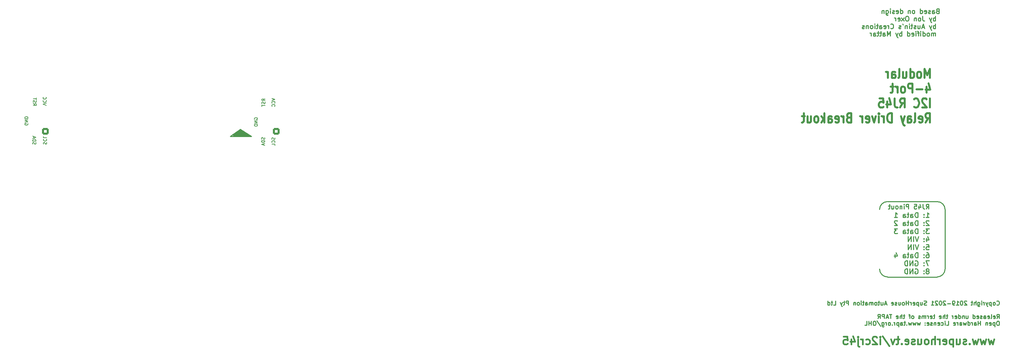
<source format=gbr>
%TF.GenerationSoftware,KiCad,Pcbnew,(6.0.9)*%
%TF.CreationDate,2023-11-09T13:22:23+05:30*%
%TF.ProjectId,Modular-I2C-4PxRJ45-Relay-Driver,4d6f6475-6c61-4722-9d49-32432d345078,2*%
%TF.SameCoordinates,Original*%
%TF.FileFunction,Legend,Bot*%
%TF.FilePolarity,Positive*%
%FSLAX46Y46*%
G04 Gerber Fmt 4.6, Leading zero omitted, Abs format (unit mm)*
G04 Created by KiCad (PCBNEW (6.0.9)) date 2023-11-09 13:22:23*
%MOMM*%
%LPD*%
G01*
G04 APERTURE LIST*
G04 Aperture macros list*
%AMRoundRect*
0 Rectangle with rounded corners*
0 $1 Rounding radius*
0 $2 $3 $4 $5 $6 $7 $8 $9 X,Y pos of 4 corners*
0 Add a 4 corners polygon primitive as box body*
4,1,4,$2,$3,$4,$5,$6,$7,$8,$9,$2,$3,0*
0 Add four circle primitives for the rounded corners*
1,1,$1+$1,$2,$3*
1,1,$1+$1,$4,$5*
1,1,$1+$1,$6,$7*
1,1,$1+$1,$8,$9*
0 Add four rect primitives between the rounded corners*
20,1,$1+$1,$2,$3,$4,$5,0*
20,1,$1+$1,$4,$5,$6,$7,0*
20,1,$1+$1,$6,$7,$8,$9,0*
20,1,$1+$1,$8,$9,$2,$3,0*%
G04 Aperture macros list end*
%ADD10C,0.254000*%
%ADD11C,0.406400*%
%ADD12C,0.391000*%
%ADD13C,0.476000*%
%ADD14C,0.200000*%
%ADD15C,0.240000*%
%ADD16C,0.252000*%
%ADD17C,0.215900*%
%ADD18C,0.241808*%
%ADD19C,2.000000*%
%ADD20RoundRect,0.250000X0.600000X0.600000X-0.600000X0.600000X-0.600000X-0.600000X0.600000X-0.600000X0*%
%ADD21C,1.700000*%
%ADD22C,3.000000*%
G04 APERTURE END LIST*
D10*
X328456014Y-54534986D02*
X328456014Y-69534986D01*
X326456014Y-71535014D02*
G75*
G03*
X328456014Y-69534986I-14J2000014D01*
G01*
X311956014Y-69534986D02*
G75*
G03*
X313956014Y-71534986I1999986J-14D01*
G01*
X153688351Y-36130800D02*
X150894351Y-34352800D01*
X153180351Y-35876800D02*
X152926351Y-35876800D01*
X149116351Y-35876800D02*
X150894351Y-34606800D01*
X328456014Y-54534986D02*
G75*
G03*
X326456014Y-52534986I-2000014J-14D01*
G01*
X148354351Y-36130800D02*
X153688351Y-36130800D01*
D11*
X150132351Y-35368800D02*
X151402351Y-35368800D01*
D10*
X150894351Y-34352800D02*
X148354351Y-36130800D01*
D11*
X151402351Y-35368800D02*
X150894351Y-35114800D01*
D10*
X313956014Y-52535014D02*
G75*
G03*
X311956014Y-54534986I-14J-1999986D01*
G01*
X326451014Y-71559986D02*
X313951014Y-71559986D01*
D11*
X152418351Y-35622800D02*
X150894351Y-34860800D01*
D10*
X150894351Y-34606800D02*
X152926351Y-35876800D01*
X152926351Y-35876800D02*
X149116351Y-35876800D01*
D11*
X150894351Y-34860800D02*
X150132351Y-35368800D01*
D10*
X313956014Y-52534986D02*
X326456014Y-52534986D01*
D11*
X149624351Y-35622800D02*
X152418351Y-35622800D01*
D12*
X340801547Y-87221428D02*
X340437928Y-88494095D01*
X340074309Y-87585047D01*
X339710690Y-88494095D01*
X339347071Y-87221428D01*
X338801642Y-87221428D02*
X338438023Y-88494095D01*
X338074404Y-87585047D01*
X337710785Y-88494095D01*
X337347166Y-87221428D01*
X336801738Y-87221428D02*
X336438119Y-88494095D01*
X336074500Y-87585047D01*
X335710880Y-88494095D01*
X335347261Y-87221428D01*
X334620023Y-88312285D02*
X334529119Y-88403190D01*
X334620023Y-88494095D01*
X334710928Y-88403190D01*
X334620023Y-88312285D01*
X334620023Y-88494095D01*
X333801880Y-88403190D02*
X333620071Y-88494095D01*
X333256452Y-88494095D01*
X333074642Y-88403190D01*
X332983738Y-88221380D01*
X332983738Y-88130476D01*
X333074642Y-87948666D01*
X333256452Y-87857761D01*
X333529166Y-87857761D01*
X333710976Y-87766857D01*
X333801880Y-87585047D01*
X333801880Y-87494142D01*
X333710976Y-87312333D01*
X333529166Y-87221428D01*
X333256452Y-87221428D01*
X333074642Y-87312333D01*
X331347452Y-87221428D02*
X331347452Y-88494095D01*
X332165595Y-87221428D02*
X332165595Y-88221380D01*
X332074690Y-88403190D01*
X331892880Y-88494095D01*
X331620166Y-88494095D01*
X331438357Y-88403190D01*
X331347452Y-88312285D01*
X330438404Y-87221428D02*
X330438404Y-89130428D01*
X330438404Y-87312333D02*
X330256595Y-87221428D01*
X329892976Y-87221428D01*
X329711166Y-87312333D01*
X329620261Y-87403238D01*
X329529357Y-87585047D01*
X329529357Y-88130476D01*
X329620261Y-88312285D01*
X329711166Y-88403190D01*
X329892976Y-88494095D01*
X330256595Y-88494095D01*
X330438404Y-88403190D01*
X327983976Y-88403190D02*
X328165785Y-88494095D01*
X328529404Y-88494095D01*
X328711214Y-88403190D01*
X328802119Y-88221380D01*
X328802119Y-87494142D01*
X328711214Y-87312333D01*
X328529404Y-87221428D01*
X328165785Y-87221428D01*
X327983976Y-87312333D01*
X327893071Y-87494142D01*
X327893071Y-87675952D01*
X328802119Y-87857761D01*
X327074928Y-88494095D02*
X327074928Y-87221428D01*
X327074928Y-87585047D02*
X326984023Y-87403238D01*
X326893119Y-87312333D01*
X326711309Y-87221428D01*
X326529500Y-87221428D01*
X325893166Y-88494095D02*
X325893166Y-86585095D01*
X325075023Y-88494095D02*
X325075023Y-87494142D01*
X325165928Y-87312333D01*
X325347738Y-87221428D01*
X325620452Y-87221428D01*
X325802261Y-87312333D01*
X325893166Y-87403238D01*
X323893261Y-88494095D02*
X324075071Y-88403190D01*
X324165976Y-88312285D01*
X324256880Y-88130476D01*
X324256880Y-87585047D01*
X324165976Y-87403238D01*
X324075071Y-87312333D01*
X323893261Y-87221428D01*
X323620547Y-87221428D01*
X323438738Y-87312333D01*
X323347833Y-87403238D01*
X323256928Y-87585047D01*
X323256928Y-88130476D01*
X323347833Y-88312285D01*
X323438738Y-88403190D01*
X323620547Y-88494095D01*
X323893261Y-88494095D01*
X321620642Y-87221428D02*
X321620642Y-88494095D01*
X322438785Y-87221428D02*
X322438785Y-88221380D01*
X322347880Y-88403190D01*
X322166071Y-88494095D01*
X321893357Y-88494095D01*
X321711547Y-88403190D01*
X321620642Y-88312285D01*
X320802500Y-88403190D02*
X320620690Y-88494095D01*
X320257071Y-88494095D01*
X320075261Y-88403190D01*
X319984357Y-88221380D01*
X319984357Y-88130476D01*
X320075261Y-87948666D01*
X320257071Y-87857761D01*
X320529785Y-87857761D01*
X320711595Y-87766857D01*
X320802500Y-87585047D01*
X320802500Y-87494142D01*
X320711595Y-87312333D01*
X320529785Y-87221428D01*
X320257071Y-87221428D01*
X320075261Y-87312333D01*
X318438976Y-88403190D02*
X318620785Y-88494095D01*
X318984404Y-88494095D01*
X319166214Y-88403190D01*
X319257119Y-88221380D01*
X319257119Y-87494142D01*
X319166214Y-87312333D01*
X318984404Y-87221428D01*
X318620785Y-87221428D01*
X318438976Y-87312333D01*
X318348071Y-87494142D01*
X318348071Y-87675952D01*
X319257119Y-87857761D01*
X317529928Y-88312285D02*
X317439023Y-88403190D01*
X317529928Y-88494095D01*
X317620833Y-88403190D01*
X317529928Y-88312285D01*
X317529928Y-88494095D01*
X316893595Y-87221428D02*
X316166357Y-87221428D01*
X316620880Y-86585095D02*
X316620880Y-88221380D01*
X316529976Y-88403190D01*
X316348166Y-88494095D01*
X316166357Y-88494095D01*
X315711833Y-87221428D02*
X315257309Y-88494095D01*
X314802785Y-87221428D01*
X312711976Y-86494190D02*
X314348261Y-88948619D01*
X312075642Y-88494095D02*
X312075642Y-87221428D01*
X312075642Y-86585095D02*
X312166547Y-86676000D01*
X312075642Y-86766904D01*
X311984738Y-86676000D01*
X312075642Y-86585095D01*
X312075642Y-86766904D01*
X311257500Y-86766904D02*
X311166595Y-86676000D01*
X310984785Y-86585095D01*
X310530261Y-86585095D01*
X310348452Y-86676000D01*
X310257547Y-86766904D01*
X310166642Y-86948714D01*
X310166642Y-87130523D01*
X310257547Y-87403238D01*
X311348404Y-88494095D01*
X310166642Y-88494095D01*
X308530357Y-88403190D02*
X308712166Y-88494095D01*
X309075785Y-88494095D01*
X309257595Y-88403190D01*
X309348500Y-88312285D01*
X309439404Y-88130476D01*
X309439404Y-87585047D01*
X309348500Y-87403238D01*
X309257595Y-87312333D01*
X309075785Y-87221428D01*
X308712166Y-87221428D01*
X308530357Y-87312333D01*
X307712214Y-88494095D02*
X307712214Y-87221428D01*
X307712214Y-87585047D02*
X307621309Y-87403238D01*
X307530404Y-87312333D01*
X307348595Y-87221428D01*
X307166785Y-87221428D01*
X306530452Y-87221428D02*
X306530452Y-88857714D01*
X306621357Y-89039523D01*
X306803166Y-89130428D01*
X306894071Y-89130428D01*
X306530452Y-86585095D02*
X306621357Y-86676000D01*
X306530452Y-86766904D01*
X306439547Y-86676000D01*
X306530452Y-86585095D01*
X306530452Y-86766904D01*
X304803261Y-87221428D02*
X304803261Y-88494095D01*
X305257785Y-86494190D02*
X305712309Y-87857761D01*
X304530547Y-87857761D01*
X302894261Y-86585095D02*
X303803309Y-86585095D01*
X303894214Y-87494142D01*
X303803309Y-87403238D01*
X303621500Y-87312333D01*
X303166976Y-87312333D01*
X302985166Y-87403238D01*
X302894261Y-87494142D01*
X302803357Y-87675952D01*
X302803357Y-88130476D01*
X302894261Y-88312285D01*
X302985166Y-88403190D01*
X303166976Y-88494095D01*
X303621500Y-88494095D01*
X303803309Y-88403190D01*
X303894214Y-88312285D01*
D13*
X324654409Y-21369413D02*
X324654409Y-19045413D01*
X323987742Y-20705413D01*
X323321076Y-19045413D01*
X323321076Y-21369413D01*
X322082980Y-21369413D02*
X322273457Y-21258746D01*
X322368695Y-21148080D01*
X322463933Y-20926746D01*
X322463933Y-20262746D01*
X322368695Y-20041413D01*
X322273457Y-19930746D01*
X322082980Y-19820080D01*
X321797266Y-19820080D01*
X321606790Y-19930746D01*
X321511552Y-20041413D01*
X321416314Y-20262746D01*
X321416314Y-20926746D01*
X321511552Y-21148080D01*
X321606790Y-21258746D01*
X321797266Y-21369413D01*
X322082980Y-21369413D01*
X319702028Y-21369413D02*
X319702028Y-19045413D01*
X319702028Y-21258746D02*
X319892504Y-21369413D01*
X320273457Y-21369413D01*
X320463933Y-21258746D01*
X320559171Y-21148080D01*
X320654409Y-20926746D01*
X320654409Y-20262746D01*
X320559171Y-20041413D01*
X320463933Y-19930746D01*
X320273457Y-19820080D01*
X319892504Y-19820080D01*
X319702028Y-19930746D01*
X317892504Y-19820080D02*
X317892504Y-21369413D01*
X318749647Y-19820080D02*
X318749647Y-21037413D01*
X318654409Y-21258746D01*
X318463933Y-21369413D01*
X318178219Y-21369413D01*
X317987742Y-21258746D01*
X317892504Y-21148080D01*
X316654409Y-21369413D02*
X316844885Y-21258746D01*
X316940123Y-21037413D01*
X316940123Y-19045413D01*
X315035361Y-21369413D02*
X315035361Y-20152080D01*
X315130600Y-19930746D01*
X315321076Y-19820080D01*
X315702028Y-19820080D01*
X315892504Y-19930746D01*
X315035361Y-21258746D02*
X315225838Y-21369413D01*
X315702028Y-21369413D01*
X315892504Y-21258746D01*
X315987742Y-21037413D01*
X315987742Y-20816080D01*
X315892504Y-20594746D01*
X315702028Y-20484080D01*
X315225838Y-20484080D01*
X315035361Y-20373413D01*
X314082980Y-21369413D02*
X314082980Y-19820080D01*
X314082980Y-20262746D02*
X313987742Y-20041413D01*
X313892504Y-19930746D01*
X313702028Y-19820080D01*
X313511552Y-19820080D01*
X323797266Y-23561720D02*
X323797266Y-25111053D01*
X324273457Y-22676386D02*
X324749647Y-24336386D01*
X323511552Y-24336386D01*
X322749647Y-24225720D02*
X321225838Y-24225720D01*
X320273457Y-25111053D02*
X320273457Y-22787053D01*
X319511552Y-22787053D01*
X319321076Y-22897720D01*
X319225838Y-23008386D01*
X319130600Y-23229720D01*
X319130600Y-23561720D01*
X319225838Y-23783053D01*
X319321076Y-23893720D01*
X319511552Y-24004386D01*
X320273457Y-24004386D01*
X317987742Y-25111053D02*
X318178219Y-25000386D01*
X318273457Y-24889720D01*
X318368695Y-24668386D01*
X318368695Y-24004386D01*
X318273457Y-23783053D01*
X318178219Y-23672386D01*
X317987742Y-23561720D01*
X317702028Y-23561720D01*
X317511552Y-23672386D01*
X317416314Y-23783053D01*
X317321076Y-24004386D01*
X317321076Y-24668386D01*
X317416314Y-24889720D01*
X317511552Y-25000386D01*
X317702028Y-25111053D01*
X317987742Y-25111053D01*
X316463933Y-25111053D02*
X316463933Y-23561720D01*
X316463933Y-24004386D02*
X316368695Y-23783053D01*
X316273457Y-23672386D01*
X316082980Y-23561720D01*
X315892504Y-23561720D01*
X315511552Y-23561720D02*
X314749647Y-23561720D01*
X315225838Y-22787053D02*
X315225838Y-24779053D01*
X315130600Y-25000386D01*
X314940123Y-25111053D01*
X314749647Y-25111053D01*
X324654409Y-28852693D02*
X324654409Y-26528693D01*
X323797266Y-26750026D02*
X323702028Y-26639360D01*
X323511552Y-26528693D01*
X323035361Y-26528693D01*
X322844885Y-26639360D01*
X322749647Y-26750026D01*
X322654409Y-26971360D01*
X322654409Y-27192693D01*
X322749647Y-27524693D01*
X323892504Y-28852693D01*
X322654409Y-28852693D01*
X320654409Y-28631360D02*
X320749647Y-28742026D01*
X321035361Y-28852693D01*
X321225838Y-28852693D01*
X321511552Y-28742026D01*
X321702028Y-28520693D01*
X321797266Y-28299360D01*
X321892504Y-27856693D01*
X321892504Y-27524693D01*
X321797266Y-27082026D01*
X321702028Y-26860693D01*
X321511552Y-26639360D01*
X321225838Y-26528693D01*
X321035361Y-26528693D01*
X320749647Y-26639360D01*
X320654409Y-26750026D01*
X317130600Y-28852693D02*
X317797266Y-27746026D01*
X318273457Y-28852693D02*
X318273457Y-26528693D01*
X317511552Y-26528693D01*
X317321076Y-26639360D01*
X317225838Y-26750026D01*
X317130600Y-26971360D01*
X317130600Y-27303360D01*
X317225838Y-27524693D01*
X317321076Y-27635360D01*
X317511552Y-27746026D01*
X318273457Y-27746026D01*
X315702028Y-26528693D02*
X315702028Y-28188693D01*
X315797266Y-28520693D01*
X315987742Y-28742026D01*
X316273457Y-28852693D01*
X316463933Y-28852693D01*
X313892504Y-27303360D02*
X313892504Y-28852693D01*
X314368695Y-26418026D02*
X314844885Y-28078026D01*
X313606790Y-28078026D01*
X311892504Y-26528693D02*
X312844885Y-26528693D01*
X312940123Y-27635360D01*
X312844885Y-27524693D01*
X312654409Y-27414026D01*
X312178219Y-27414026D01*
X311987742Y-27524693D01*
X311892504Y-27635360D01*
X311797266Y-27856693D01*
X311797266Y-28410026D01*
X311892504Y-28631360D01*
X311987742Y-28742026D01*
X312178219Y-28852693D01*
X312654409Y-28852693D01*
X312844885Y-28742026D01*
X312940123Y-28631360D01*
X323511552Y-32594333D02*
X324178219Y-31487666D01*
X324654409Y-32594333D02*
X324654409Y-30270333D01*
X323892504Y-30270333D01*
X323702028Y-30381000D01*
X323606790Y-30491666D01*
X323511552Y-30713000D01*
X323511552Y-31045000D01*
X323606790Y-31266333D01*
X323702028Y-31377000D01*
X323892504Y-31487666D01*
X324654409Y-31487666D01*
X321892504Y-32483666D02*
X322082980Y-32594333D01*
X322463933Y-32594333D01*
X322654409Y-32483666D01*
X322749647Y-32262333D01*
X322749647Y-31377000D01*
X322654409Y-31155666D01*
X322463933Y-31045000D01*
X322082980Y-31045000D01*
X321892504Y-31155666D01*
X321797266Y-31377000D01*
X321797266Y-31598333D01*
X322749647Y-31819666D01*
X320654409Y-32594333D02*
X320844885Y-32483666D01*
X320940123Y-32262333D01*
X320940123Y-30270333D01*
X319035361Y-32594333D02*
X319035361Y-31377000D01*
X319130600Y-31155666D01*
X319321076Y-31045000D01*
X319702028Y-31045000D01*
X319892504Y-31155666D01*
X319035361Y-32483666D02*
X319225838Y-32594333D01*
X319702028Y-32594333D01*
X319892504Y-32483666D01*
X319987742Y-32262333D01*
X319987742Y-32041000D01*
X319892504Y-31819666D01*
X319702028Y-31709000D01*
X319225838Y-31709000D01*
X319035361Y-31598333D01*
X318273457Y-31045000D02*
X317797266Y-32594333D01*
X317321076Y-31045000D02*
X317797266Y-32594333D01*
X317987742Y-33147666D01*
X318082980Y-33258333D01*
X318273457Y-33369000D01*
X315035361Y-32594333D02*
X315035361Y-30270333D01*
X314559171Y-30270333D01*
X314273457Y-30381000D01*
X314082980Y-30602333D01*
X313987742Y-30823666D01*
X313892504Y-31266333D01*
X313892504Y-31598333D01*
X313987742Y-32041000D01*
X314082980Y-32262333D01*
X314273457Y-32483666D01*
X314559171Y-32594333D01*
X315035361Y-32594333D01*
X313035361Y-32594333D02*
X313035361Y-31045000D01*
X313035361Y-31487666D02*
X312940123Y-31266333D01*
X312844885Y-31155666D01*
X312654409Y-31045000D01*
X312463933Y-31045000D01*
X311797266Y-32594333D02*
X311797266Y-31045000D01*
X311797266Y-30270333D02*
X311892504Y-30381000D01*
X311797266Y-30491666D01*
X311702028Y-30381000D01*
X311797266Y-30270333D01*
X311797266Y-30491666D01*
X311035361Y-31045000D02*
X310559171Y-32594333D01*
X310082980Y-31045000D01*
X308559171Y-32483666D02*
X308749647Y-32594333D01*
X309130600Y-32594333D01*
X309321076Y-32483666D01*
X309416314Y-32262333D01*
X309416314Y-31377000D01*
X309321076Y-31155666D01*
X309130600Y-31045000D01*
X308749647Y-31045000D01*
X308559171Y-31155666D01*
X308463933Y-31377000D01*
X308463933Y-31598333D01*
X309416314Y-31819666D01*
X307606790Y-32594333D02*
X307606790Y-31045000D01*
X307606790Y-31487666D02*
X307511552Y-31266333D01*
X307416314Y-31155666D01*
X307225838Y-31045000D01*
X307035361Y-31045000D01*
X304178219Y-31377000D02*
X303892504Y-31487666D01*
X303797266Y-31598333D01*
X303702028Y-31819666D01*
X303702028Y-32151666D01*
X303797266Y-32373000D01*
X303892504Y-32483666D01*
X304082980Y-32594333D01*
X304844885Y-32594333D01*
X304844885Y-30270333D01*
X304178219Y-30270333D01*
X303987742Y-30381000D01*
X303892504Y-30491666D01*
X303797266Y-30713000D01*
X303797266Y-30934333D01*
X303892504Y-31155666D01*
X303987742Y-31266333D01*
X304178219Y-31377000D01*
X304844885Y-31377000D01*
X302844885Y-32594333D02*
X302844885Y-31045000D01*
X302844885Y-31487666D02*
X302749647Y-31266333D01*
X302654409Y-31155666D01*
X302463933Y-31045000D01*
X302273457Y-31045000D01*
X300844885Y-32483666D02*
X301035361Y-32594333D01*
X301416314Y-32594333D01*
X301606790Y-32483666D01*
X301702028Y-32262333D01*
X301702028Y-31377000D01*
X301606790Y-31155666D01*
X301416314Y-31045000D01*
X301035361Y-31045000D01*
X300844885Y-31155666D01*
X300749647Y-31377000D01*
X300749647Y-31598333D01*
X301702028Y-31819666D01*
X299035361Y-32594333D02*
X299035361Y-31377000D01*
X299130600Y-31155666D01*
X299321076Y-31045000D01*
X299702028Y-31045000D01*
X299892504Y-31155666D01*
X299035361Y-32483666D02*
X299225838Y-32594333D01*
X299702028Y-32594333D01*
X299892504Y-32483666D01*
X299987742Y-32262333D01*
X299987742Y-32041000D01*
X299892504Y-31819666D01*
X299702028Y-31709000D01*
X299225838Y-31709000D01*
X299035361Y-31598333D01*
X298082980Y-32594333D02*
X298082980Y-30270333D01*
X297892504Y-31709000D02*
X297321076Y-32594333D01*
X297321076Y-31045000D02*
X298082980Y-31930333D01*
X296178219Y-32594333D02*
X296368695Y-32483666D01*
X296463933Y-32373000D01*
X296559171Y-32151666D01*
X296559171Y-31487666D01*
X296463933Y-31266333D01*
X296368695Y-31155666D01*
X296178219Y-31045000D01*
X295892504Y-31045000D01*
X295702028Y-31155666D01*
X295606790Y-31266333D01*
X295511552Y-31487666D01*
X295511552Y-32151666D01*
X295606790Y-32373000D01*
X295702028Y-32483666D01*
X295892504Y-32594333D01*
X296178219Y-32594333D01*
X293797266Y-31045000D02*
X293797266Y-32594333D01*
X294654409Y-31045000D02*
X294654409Y-32262333D01*
X294559171Y-32483666D01*
X294368695Y-32594333D01*
X294082980Y-32594333D01*
X293892504Y-32483666D01*
X293797266Y-32373000D01*
X293130600Y-31045000D02*
X292368695Y-31045000D01*
X292844885Y-30270333D02*
X292844885Y-32262333D01*
X292749647Y-32483666D01*
X292559171Y-32594333D01*
X292368695Y-32594333D01*
D14*
X102005095Y-28263666D02*
X101205095Y-27997000D01*
X102005095Y-27730333D01*
X101281285Y-27006523D02*
X101243190Y-27044619D01*
X101205095Y-27158904D01*
X101205095Y-27235095D01*
X101243190Y-27349380D01*
X101319380Y-27425571D01*
X101395571Y-27463666D01*
X101547952Y-27501761D01*
X101662238Y-27501761D01*
X101814619Y-27463666D01*
X101890809Y-27425571D01*
X101967000Y-27349380D01*
X102005095Y-27235095D01*
X102005095Y-27158904D01*
X101967000Y-27044619D01*
X101928904Y-27006523D01*
X101281285Y-26206523D02*
X101243190Y-26244619D01*
X101205095Y-26358904D01*
X101205095Y-26435095D01*
X101243190Y-26549380D01*
X101319380Y-26625571D01*
X101395571Y-26663666D01*
X101547952Y-26701761D01*
X101662238Y-26701761D01*
X101814619Y-26663666D01*
X101890809Y-26625571D01*
X101967000Y-26549380D01*
X102005095Y-26435095D01*
X102005095Y-26358904D01*
X101967000Y-26244619D01*
X101928904Y-26206523D01*
X98705095Y-27835095D02*
X99086047Y-28101761D01*
X98705095Y-28292238D02*
X99505095Y-28292238D01*
X99505095Y-27987476D01*
X99467000Y-27911285D01*
X99428904Y-27873190D01*
X99352714Y-27835095D01*
X99238428Y-27835095D01*
X99162238Y-27873190D01*
X99124142Y-27911285D01*
X99086047Y-27987476D01*
X99086047Y-28292238D01*
X98743190Y-27530333D02*
X98705095Y-27416047D01*
X98705095Y-27225571D01*
X98743190Y-27149380D01*
X98781285Y-27111285D01*
X98857476Y-27073190D01*
X98933666Y-27073190D01*
X99009857Y-27111285D01*
X99047952Y-27149380D01*
X99086047Y-27225571D01*
X99124142Y-27377952D01*
X99162238Y-27454142D01*
X99200333Y-27492238D01*
X99276523Y-27530333D01*
X99352714Y-27530333D01*
X99428904Y-27492238D01*
X99467000Y-27454142D01*
X99505095Y-27377952D01*
X99505095Y-27187476D01*
X99467000Y-27073190D01*
X99505095Y-26844619D02*
X99505095Y-26387476D01*
X98705095Y-26616047D02*
X99505095Y-26616047D01*
X157140904Y-27112904D02*
X156759952Y-26846238D01*
X157140904Y-26655761D02*
X156340904Y-26655761D01*
X156340904Y-26960523D01*
X156379000Y-27036714D01*
X156417095Y-27074809D01*
X156493285Y-27112904D01*
X156607571Y-27112904D01*
X156683761Y-27074809D01*
X156721857Y-27036714D01*
X156759952Y-26960523D01*
X156759952Y-26655761D01*
X157102809Y-27417666D02*
X157140904Y-27531952D01*
X157140904Y-27722428D01*
X157102809Y-27798619D01*
X157064714Y-27836714D01*
X156988523Y-27874809D01*
X156912333Y-27874809D01*
X156836142Y-27836714D01*
X156798047Y-27798619D01*
X156759952Y-27722428D01*
X156721857Y-27570047D01*
X156683761Y-27493857D01*
X156645666Y-27455761D01*
X156569476Y-27417666D01*
X156493285Y-27417666D01*
X156417095Y-27455761D01*
X156379000Y-27493857D01*
X156340904Y-27570047D01*
X156340904Y-27760523D01*
X156379000Y-27874809D01*
X156340904Y-28103380D02*
X156340904Y-28560523D01*
X157140904Y-28331952D02*
X156340904Y-28331952D01*
D15*
X323657014Y-56537786D02*
X324377014Y-56537786D01*
X324017014Y-56537786D02*
X324017014Y-55277786D01*
X324137014Y-55457786D01*
X324257014Y-55577786D01*
X324377014Y-55637786D01*
X323117014Y-56417786D02*
X323057014Y-56477786D01*
X323117014Y-56537786D01*
X323177014Y-56477786D01*
X323117014Y-56417786D01*
X323117014Y-56537786D01*
X323117014Y-55757786D02*
X323057014Y-55817786D01*
X323117014Y-55877786D01*
X323177014Y-55817786D01*
X323117014Y-55757786D01*
X323117014Y-55877786D01*
X321557014Y-56537786D02*
X321557014Y-55277786D01*
X321257014Y-55277786D01*
X321077014Y-55337786D01*
X320957014Y-55457786D01*
X320897014Y-55577786D01*
X320837014Y-55817786D01*
X320837014Y-55997786D01*
X320897014Y-56237786D01*
X320957014Y-56357786D01*
X321077014Y-56477786D01*
X321257014Y-56537786D01*
X321557014Y-56537786D01*
X319757014Y-56537786D02*
X319757014Y-55877786D01*
X319817014Y-55757786D01*
X319937014Y-55697786D01*
X320177014Y-55697786D01*
X320297014Y-55757786D01*
X319757014Y-56477786D02*
X319877014Y-56537786D01*
X320177014Y-56537786D01*
X320297014Y-56477786D01*
X320357014Y-56357786D01*
X320357014Y-56237786D01*
X320297014Y-56117786D01*
X320177014Y-56057786D01*
X319877014Y-56057786D01*
X319757014Y-55997786D01*
X319337014Y-55697786D02*
X318857014Y-55697786D01*
X319157014Y-55277786D02*
X319157014Y-56357786D01*
X319097014Y-56477786D01*
X318977014Y-56537786D01*
X318857014Y-56537786D01*
X317897014Y-56537786D02*
X317897014Y-55877786D01*
X317957014Y-55757786D01*
X318077014Y-55697786D01*
X318317014Y-55697786D01*
X318437014Y-55757786D01*
X317897014Y-56477786D02*
X318017014Y-56537786D01*
X318317014Y-56537786D01*
X318437014Y-56477786D01*
X318497014Y-56357786D01*
X318497014Y-56237786D01*
X318437014Y-56117786D01*
X318317014Y-56057786D01*
X318017014Y-56057786D01*
X317897014Y-55997786D01*
X315677014Y-56537786D02*
X316397014Y-56537786D01*
X316037014Y-56537786D02*
X316037014Y-55277786D01*
X316157014Y-55457786D01*
X316277014Y-55577786D01*
X316397014Y-55637786D01*
X324377014Y-57426386D02*
X324317014Y-57366386D01*
X324197014Y-57306386D01*
X323897014Y-57306386D01*
X323777014Y-57366386D01*
X323717014Y-57426386D01*
X323657014Y-57546386D01*
X323657014Y-57666386D01*
X323717014Y-57846386D01*
X324437014Y-58566386D01*
X323657014Y-58566386D01*
X323117014Y-58446386D02*
X323057014Y-58506386D01*
X323117014Y-58566386D01*
X323177014Y-58506386D01*
X323117014Y-58446386D01*
X323117014Y-58566386D01*
X323117014Y-57786386D02*
X323057014Y-57846386D01*
X323117014Y-57906386D01*
X323177014Y-57846386D01*
X323117014Y-57786386D01*
X323117014Y-57906386D01*
X321557014Y-58566386D02*
X321557014Y-57306386D01*
X321257014Y-57306386D01*
X321077014Y-57366386D01*
X320957014Y-57486386D01*
X320897014Y-57606386D01*
X320837014Y-57846386D01*
X320837014Y-58026386D01*
X320897014Y-58266386D01*
X320957014Y-58386386D01*
X321077014Y-58506386D01*
X321257014Y-58566386D01*
X321557014Y-58566386D01*
X319757014Y-58566386D02*
X319757014Y-57906386D01*
X319817014Y-57786386D01*
X319937014Y-57726386D01*
X320177014Y-57726386D01*
X320297014Y-57786386D01*
X319757014Y-58506386D02*
X319877014Y-58566386D01*
X320177014Y-58566386D01*
X320297014Y-58506386D01*
X320357014Y-58386386D01*
X320357014Y-58266386D01*
X320297014Y-58146386D01*
X320177014Y-58086386D01*
X319877014Y-58086386D01*
X319757014Y-58026386D01*
X319337014Y-57726386D02*
X318857014Y-57726386D01*
X319157014Y-57306386D02*
X319157014Y-58386386D01*
X319097014Y-58506386D01*
X318977014Y-58566386D01*
X318857014Y-58566386D01*
X317897014Y-58566386D02*
X317897014Y-57906386D01*
X317957014Y-57786386D01*
X318077014Y-57726386D01*
X318317014Y-57726386D01*
X318437014Y-57786386D01*
X317897014Y-58506386D02*
X318017014Y-58566386D01*
X318317014Y-58566386D01*
X318437014Y-58506386D01*
X318497014Y-58386386D01*
X318497014Y-58266386D01*
X318437014Y-58146386D01*
X318317014Y-58086386D01*
X318017014Y-58086386D01*
X317897014Y-58026386D01*
X316397014Y-57426386D02*
X316337014Y-57366386D01*
X316217014Y-57306386D01*
X315917014Y-57306386D01*
X315797014Y-57366386D01*
X315737014Y-57426386D01*
X315677014Y-57546386D01*
X315677014Y-57666386D01*
X315737014Y-57846386D01*
X316457014Y-58566386D01*
X315677014Y-58566386D01*
X324437014Y-59334986D02*
X323657014Y-59334986D01*
X324077014Y-59814986D01*
X323897014Y-59814986D01*
X323777014Y-59874986D01*
X323717014Y-59934986D01*
X323657014Y-60054986D01*
X323657014Y-60354986D01*
X323717014Y-60474986D01*
X323777014Y-60534986D01*
X323897014Y-60594986D01*
X324257014Y-60594986D01*
X324377014Y-60534986D01*
X324437014Y-60474986D01*
X323117014Y-60474986D02*
X323057014Y-60534986D01*
X323117014Y-60594986D01*
X323177014Y-60534986D01*
X323117014Y-60474986D01*
X323117014Y-60594986D01*
X323117014Y-59814986D02*
X323057014Y-59874986D01*
X323117014Y-59934986D01*
X323177014Y-59874986D01*
X323117014Y-59814986D01*
X323117014Y-59934986D01*
X321557014Y-60594986D02*
X321557014Y-59334986D01*
X321257014Y-59334986D01*
X321077014Y-59394986D01*
X320957014Y-59514986D01*
X320897014Y-59634986D01*
X320837014Y-59874986D01*
X320837014Y-60054986D01*
X320897014Y-60294986D01*
X320957014Y-60414986D01*
X321077014Y-60534986D01*
X321257014Y-60594986D01*
X321557014Y-60594986D01*
X319757014Y-60594986D02*
X319757014Y-59934986D01*
X319817014Y-59814986D01*
X319937014Y-59754986D01*
X320177014Y-59754986D01*
X320297014Y-59814986D01*
X319757014Y-60534986D02*
X319877014Y-60594986D01*
X320177014Y-60594986D01*
X320297014Y-60534986D01*
X320357014Y-60414986D01*
X320357014Y-60294986D01*
X320297014Y-60174986D01*
X320177014Y-60114986D01*
X319877014Y-60114986D01*
X319757014Y-60054986D01*
X319337014Y-59754986D02*
X318857014Y-59754986D01*
X319157014Y-59334986D02*
X319157014Y-60414986D01*
X319097014Y-60534986D01*
X318977014Y-60594986D01*
X318857014Y-60594986D01*
X317897014Y-60594986D02*
X317897014Y-59934986D01*
X317957014Y-59814986D01*
X318077014Y-59754986D01*
X318317014Y-59754986D01*
X318437014Y-59814986D01*
X317897014Y-60534986D02*
X318017014Y-60594986D01*
X318317014Y-60594986D01*
X318437014Y-60534986D01*
X318497014Y-60414986D01*
X318497014Y-60294986D01*
X318437014Y-60174986D01*
X318317014Y-60114986D01*
X318017014Y-60114986D01*
X317897014Y-60054986D01*
X316457014Y-59334986D02*
X315677014Y-59334986D01*
X316097014Y-59814986D01*
X315917014Y-59814986D01*
X315797014Y-59874986D01*
X315737014Y-59934986D01*
X315677014Y-60054986D01*
X315677014Y-60354986D01*
X315737014Y-60474986D01*
X315797014Y-60534986D01*
X315917014Y-60594986D01*
X316277014Y-60594986D01*
X316397014Y-60534986D01*
X316457014Y-60474986D01*
X323777014Y-61783586D02*
X323777014Y-62623586D01*
X324077014Y-61303586D02*
X324377014Y-62203586D01*
X323597014Y-62203586D01*
X323117014Y-62503586D02*
X323057014Y-62563586D01*
X323117014Y-62623586D01*
X323177014Y-62563586D01*
X323117014Y-62503586D01*
X323117014Y-62623586D01*
X323117014Y-61843586D02*
X323057014Y-61903586D01*
X323117014Y-61963586D01*
X323177014Y-61903586D01*
X323117014Y-61843586D01*
X323117014Y-61963586D01*
X321737014Y-61363586D02*
X321317014Y-62623586D01*
X320897014Y-61363586D01*
X320477014Y-62623586D02*
X320477014Y-61363586D01*
X319877014Y-62623586D02*
X319877014Y-61363586D01*
X319157014Y-62623586D01*
X319157014Y-61363586D01*
X323717014Y-63392186D02*
X324317014Y-63392186D01*
X324377014Y-63992186D01*
X324317014Y-63932186D01*
X324197014Y-63872186D01*
X323897014Y-63872186D01*
X323777014Y-63932186D01*
X323717014Y-63992186D01*
X323657014Y-64112186D01*
X323657014Y-64412186D01*
X323717014Y-64532186D01*
X323777014Y-64592186D01*
X323897014Y-64652186D01*
X324197014Y-64652186D01*
X324317014Y-64592186D01*
X324377014Y-64532186D01*
X323117014Y-64532186D02*
X323057014Y-64592186D01*
X323117014Y-64652186D01*
X323177014Y-64592186D01*
X323117014Y-64532186D01*
X323117014Y-64652186D01*
X323117014Y-63872186D02*
X323057014Y-63932186D01*
X323117014Y-63992186D01*
X323177014Y-63932186D01*
X323117014Y-63872186D01*
X323117014Y-63992186D01*
X321737014Y-63392186D02*
X321317014Y-64652186D01*
X320897014Y-63392186D01*
X320477014Y-64652186D02*
X320477014Y-63392186D01*
X319877014Y-64652186D02*
X319877014Y-63392186D01*
X319157014Y-64652186D01*
X319157014Y-63392186D01*
X323777014Y-65420786D02*
X324017014Y-65420786D01*
X324137014Y-65480786D01*
X324197014Y-65540786D01*
X324317014Y-65720786D01*
X324377014Y-65960786D01*
X324377014Y-66440786D01*
X324317014Y-66560786D01*
X324257014Y-66620786D01*
X324137014Y-66680786D01*
X323897014Y-66680786D01*
X323777014Y-66620786D01*
X323717014Y-66560786D01*
X323657014Y-66440786D01*
X323657014Y-66140786D01*
X323717014Y-66020786D01*
X323777014Y-65960786D01*
X323897014Y-65900786D01*
X324137014Y-65900786D01*
X324257014Y-65960786D01*
X324317014Y-66020786D01*
X324377014Y-66140786D01*
X323117014Y-66560786D02*
X323057014Y-66620786D01*
X323117014Y-66680786D01*
X323177014Y-66620786D01*
X323117014Y-66560786D01*
X323117014Y-66680786D01*
X323117014Y-65900786D02*
X323057014Y-65960786D01*
X323117014Y-66020786D01*
X323177014Y-65960786D01*
X323117014Y-65900786D01*
X323117014Y-66020786D01*
X321557014Y-66680786D02*
X321557014Y-65420786D01*
X321257014Y-65420786D01*
X321077014Y-65480786D01*
X320957014Y-65600786D01*
X320897014Y-65720786D01*
X320837014Y-65960786D01*
X320837014Y-66140786D01*
X320897014Y-66380786D01*
X320957014Y-66500786D01*
X321077014Y-66620786D01*
X321257014Y-66680786D01*
X321557014Y-66680786D01*
X319757014Y-66680786D02*
X319757014Y-66020786D01*
X319817014Y-65900786D01*
X319937014Y-65840786D01*
X320177014Y-65840786D01*
X320297014Y-65900786D01*
X319757014Y-66620786D02*
X319877014Y-66680786D01*
X320177014Y-66680786D01*
X320297014Y-66620786D01*
X320357014Y-66500786D01*
X320357014Y-66380786D01*
X320297014Y-66260786D01*
X320177014Y-66200786D01*
X319877014Y-66200786D01*
X319757014Y-66140786D01*
X319337014Y-65840786D02*
X318857014Y-65840786D01*
X319157014Y-65420786D02*
X319157014Y-66500786D01*
X319097014Y-66620786D01*
X318977014Y-66680786D01*
X318857014Y-66680786D01*
X317897014Y-66680786D02*
X317897014Y-66020786D01*
X317957014Y-65900786D01*
X318077014Y-65840786D01*
X318317014Y-65840786D01*
X318437014Y-65900786D01*
X317897014Y-66620786D02*
X318017014Y-66680786D01*
X318317014Y-66680786D01*
X318437014Y-66620786D01*
X318497014Y-66500786D01*
X318497014Y-66380786D01*
X318437014Y-66260786D01*
X318317014Y-66200786D01*
X318017014Y-66200786D01*
X317897014Y-66140786D01*
X315797014Y-65840786D02*
X315797014Y-66680786D01*
X316097014Y-65360786D02*
X316397014Y-66260786D01*
X315617014Y-66260786D01*
X324437014Y-67449386D02*
X323597014Y-67449386D01*
X324137014Y-68709386D01*
X323117014Y-68589386D02*
X323057014Y-68649386D01*
X323117014Y-68709386D01*
X323177014Y-68649386D01*
X323117014Y-68589386D01*
X323117014Y-68709386D01*
X323117014Y-67929386D02*
X323057014Y-67989386D01*
X323117014Y-68049386D01*
X323177014Y-67989386D01*
X323117014Y-67929386D01*
X323117014Y-68049386D01*
X320897014Y-67509386D02*
X321017014Y-67449386D01*
X321197014Y-67449386D01*
X321377014Y-67509386D01*
X321497014Y-67629386D01*
X321557014Y-67749386D01*
X321617014Y-67989386D01*
X321617014Y-68169386D01*
X321557014Y-68409386D01*
X321497014Y-68529386D01*
X321377014Y-68649386D01*
X321197014Y-68709386D01*
X321077014Y-68709386D01*
X320897014Y-68649386D01*
X320837014Y-68589386D01*
X320837014Y-68169386D01*
X321077014Y-68169386D01*
X320297014Y-68709386D02*
X320297014Y-67449386D01*
X319577014Y-68709386D01*
X319577014Y-67449386D01*
X318977014Y-68709386D02*
X318977014Y-67449386D01*
X318677014Y-67449386D01*
X318497014Y-67509386D01*
X318377014Y-67629386D01*
X318317014Y-67749386D01*
X318257014Y-67989386D01*
X318257014Y-68169386D01*
X318317014Y-68409386D01*
X318377014Y-68529386D01*
X318497014Y-68649386D01*
X318677014Y-68709386D01*
X318977014Y-68709386D01*
X324137014Y-70017986D02*
X324257014Y-69957986D01*
X324317014Y-69897986D01*
X324377014Y-69777986D01*
X324377014Y-69717986D01*
X324317014Y-69597986D01*
X324257014Y-69537986D01*
X324137014Y-69477986D01*
X323897014Y-69477986D01*
X323777014Y-69537986D01*
X323717014Y-69597986D01*
X323657014Y-69717986D01*
X323657014Y-69777986D01*
X323717014Y-69897986D01*
X323777014Y-69957986D01*
X323897014Y-70017986D01*
X324137014Y-70017986D01*
X324257014Y-70077986D01*
X324317014Y-70137986D01*
X324377014Y-70257986D01*
X324377014Y-70497986D01*
X324317014Y-70617986D01*
X324257014Y-70677986D01*
X324137014Y-70737986D01*
X323897014Y-70737986D01*
X323777014Y-70677986D01*
X323717014Y-70617986D01*
X323657014Y-70497986D01*
X323657014Y-70257986D01*
X323717014Y-70137986D01*
X323777014Y-70077986D01*
X323897014Y-70017986D01*
X323117014Y-70617986D02*
X323057014Y-70677986D01*
X323117014Y-70737986D01*
X323177014Y-70677986D01*
X323117014Y-70617986D01*
X323117014Y-70737986D01*
X323117014Y-69957986D02*
X323057014Y-70017986D01*
X323117014Y-70077986D01*
X323177014Y-70017986D01*
X323117014Y-69957986D01*
X323117014Y-70077986D01*
X320897014Y-69537986D02*
X321017014Y-69477986D01*
X321197014Y-69477986D01*
X321377014Y-69537986D01*
X321497014Y-69657986D01*
X321557014Y-69777986D01*
X321617014Y-70017986D01*
X321617014Y-70197986D01*
X321557014Y-70437986D01*
X321497014Y-70557986D01*
X321377014Y-70677986D01*
X321197014Y-70737986D01*
X321077014Y-70737986D01*
X320897014Y-70677986D01*
X320837014Y-70617986D01*
X320837014Y-70197986D01*
X321077014Y-70197986D01*
X320297014Y-70737986D02*
X320297014Y-69477986D01*
X319577014Y-70737986D01*
X319577014Y-69477986D01*
X318977014Y-70737986D02*
X318977014Y-69477986D01*
X318677014Y-69477986D01*
X318497014Y-69537986D01*
X318377014Y-69657986D01*
X318317014Y-69777986D01*
X318257014Y-70017986D01*
X318257014Y-70197986D01*
X318317014Y-70437986D01*
X318377014Y-70557986D01*
X318497014Y-70677986D01*
X318677014Y-70737986D01*
X318977014Y-70737986D01*
D14*
X97367000Y-32806523D02*
X97405095Y-32882714D01*
X97405095Y-32997000D01*
X97367000Y-33111285D01*
X97290809Y-33187476D01*
X97214619Y-33225571D01*
X97062238Y-33263666D01*
X96947952Y-33263666D01*
X96795571Y-33225571D01*
X96719380Y-33187476D01*
X96643190Y-33111285D01*
X96605095Y-32997000D01*
X96605095Y-32920809D01*
X96643190Y-32806523D01*
X96681285Y-32768428D01*
X96947952Y-32768428D01*
X96947952Y-32920809D01*
X96605095Y-32425571D02*
X97405095Y-32425571D01*
X96605095Y-31968428D01*
X97405095Y-31968428D01*
X96605095Y-31587476D02*
X97405095Y-31587476D01*
X97405095Y-31397000D01*
X97367000Y-31282714D01*
X97290809Y-31206523D01*
X97214619Y-31168428D01*
X97062238Y-31130333D01*
X96947952Y-31130333D01*
X96795571Y-31168428D01*
X96719380Y-31206523D01*
X96643190Y-31282714D01*
X96605095Y-31397000D01*
X96605095Y-31587476D01*
X98643190Y-38068428D02*
X98605095Y-37954142D01*
X98605095Y-37763666D01*
X98643190Y-37687476D01*
X98681285Y-37649380D01*
X98757476Y-37611285D01*
X98833666Y-37611285D01*
X98909857Y-37649380D01*
X98947952Y-37687476D01*
X98986047Y-37763666D01*
X99024142Y-37916047D01*
X99062238Y-37992238D01*
X99100333Y-38030333D01*
X99176523Y-38068428D01*
X99252714Y-38068428D01*
X99328904Y-38030333D01*
X99367000Y-37992238D01*
X99405095Y-37916047D01*
X99405095Y-37725571D01*
X99367000Y-37611285D01*
X98605095Y-37268428D02*
X99405095Y-37268428D01*
X99405095Y-37077952D01*
X99367000Y-36963666D01*
X99290809Y-36887476D01*
X99214619Y-36849380D01*
X99062238Y-36811285D01*
X98947952Y-36811285D01*
X98795571Y-36849380D01*
X98719380Y-36887476D01*
X98643190Y-36963666D01*
X98605095Y-37077952D01*
X98605095Y-37268428D01*
X98833666Y-36506523D02*
X98833666Y-36125571D01*
X98605095Y-36582714D02*
X99405095Y-36316047D01*
X98605095Y-36049380D01*
D16*
X323679880Y-54360319D02*
X324062547Y-53813652D01*
X324335880Y-54360319D02*
X324335880Y-53212319D01*
X323898547Y-53212319D01*
X323789214Y-53266986D01*
X323734547Y-53321652D01*
X323679880Y-53430986D01*
X323679880Y-53594986D01*
X323734547Y-53704319D01*
X323789214Y-53758986D01*
X323898547Y-53813652D01*
X324335880Y-53813652D01*
X322859880Y-53212319D02*
X322859880Y-54032319D01*
X322914547Y-54196319D01*
X323023880Y-54305652D01*
X323187880Y-54360319D01*
X323297214Y-54360319D01*
X321821214Y-53594986D02*
X321821214Y-54360319D01*
X322094547Y-53157652D02*
X322367880Y-53977652D01*
X321657214Y-53977652D01*
X320673214Y-53212319D02*
X321219880Y-53212319D01*
X321274547Y-53758986D01*
X321219880Y-53704319D01*
X321110547Y-53649652D01*
X320837214Y-53649652D01*
X320727880Y-53704319D01*
X320673214Y-53758986D01*
X320618547Y-53868319D01*
X320618547Y-54141652D01*
X320673214Y-54250986D01*
X320727880Y-54305652D01*
X320837214Y-54360319D01*
X321110547Y-54360319D01*
X321219880Y-54305652D01*
X321274547Y-54250986D01*
X319251880Y-54360319D02*
X319251880Y-53212319D01*
X318814547Y-53212319D01*
X318705214Y-53266986D01*
X318650547Y-53321652D01*
X318595880Y-53430986D01*
X318595880Y-53594986D01*
X318650547Y-53704319D01*
X318705214Y-53758986D01*
X318814547Y-53813652D01*
X319251880Y-53813652D01*
X318103880Y-54360319D02*
X318103880Y-53594986D01*
X318103880Y-53212319D02*
X318158547Y-53266986D01*
X318103880Y-53321652D01*
X318049214Y-53266986D01*
X318103880Y-53212319D01*
X318103880Y-53321652D01*
X317557214Y-53594986D02*
X317557214Y-54360319D01*
X317557214Y-53704319D02*
X317502547Y-53649652D01*
X317393214Y-53594986D01*
X317229214Y-53594986D01*
X317119880Y-53649652D01*
X317065214Y-53758986D01*
X317065214Y-54360319D01*
X316354547Y-54360319D02*
X316463880Y-54305652D01*
X316518547Y-54250986D01*
X316573214Y-54141652D01*
X316573214Y-53813652D01*
X316518547Y-53704319D01*
X316463880Y-53649652D01*
X316354547Y-53594986D01*
X316190547Y-53594986D01*
X316081214Y-53649652D01*
X316026547Y-53704319D01*
X315971880Y-53813652D01*
X315971880Y-54141652D01*
X316026547Y-54250986D01*
X316081214Y-54305652D01*
X316190547Y-54360319D01*
X316354547Y-54360319D01*
X314987880Y-53594986D02*
X314987880Y-54360319D01*
X315479880Y-53594986D02*
X315479880Y-54196319D01*
X315425214Y-54305652D01*
X315315880Y-54360319D01*
X315151880Y-54360319D01*
X315042547Y-54305652D01*
X314987880Y-54250986D01*
X314605214Y-53594986D02*
X314167880Y-53594986D01*
X314441214Y-53212319D02*
X314441214Y-54196319D01*
X314386547Y-54305652D01*
X314277214Y-54360319D01*
X314167880Y-54360319D01*
D17*
X341464345Y-78517111D02*
X341514541Y-78567306D01*
X341665126Y-78617501D01*
X341765517Y-78617501D01*
X341916103Y-78567306D01*
X342016493Y-78466916D01*
X342066688Y-78366525D01*
X342116884Y-78165744D01*
X342116884Y-78015158D01*
X342066688Y-77814377D01*
X342016493Y-77713987D01*
X341916103Y-77613597D01*
X341765517Y-77563401D01*
X341665126Y-77563401D01*
X341514541Y-77613597D01*
X341464345Y-77663792D01*
X340862003Y-78617501D02*
X340962393Y-78567306D01*
X341012588Y-78517111D01*
X341062784Y-78416720D01*
X341062784Y-78115549D01*
X341012588Y-78015158D01*
X340962393Y-77964963D01*
X340862003Y-77914768D01*
X340711417Y-77914768D01*
X340611026Y-77964963D01*
X340560831Y-78015158D01*
X340510636Y-78115549D01*
X340510636Y-78416720D01*
X340560831Y-78517111D01*
X340611026Y-78567306D01*
X340711417Y-78617501D01*
X340862003Y-78617501D01*
X340058879Y-77914768D02*
X340058879Y-78968868D01*
X340058879Y-77964963D02*
X339958488Y-77914768D01*
X339757707Y-77914768D01*
X339657317Y-77964963D01*
X339607122Y-78015158D01*
X339556926Y-78115549D01*
X339556926Y-78416720D01*
X339607122Y-78517111D01*
X339657317Y-78567306D01*
X339757707Y-78617501D01*
X339958488Y-78617501D01*
X340058879Y-78567306D01*
X339205560Y-77914768D02*
X338954584Y-78617501D01*
X338703607Y-77914768D02*
X338954584Y-78617501D01*
X339054974Y-78868477D01*
X339105169Y-78918673D01*
X339205560Y-78968868D01*
X338302045Y-78617501D02*
X338302045Y-77914768D01*
X338302045Y-78115549D02*
X338251850Y-78015158D01*
X338201655Y-77964963D01*
X338101265Y-77914768D01*
X338000874Y-77914768D01*
X337649507Y-78617501D02*
X337649507Y-77914768D01*
X337649507Y-77563401D02*
X337699703Y-77613597D01*
X337649507Y-77663792D01*
X337599312Y-77613597D01*
X337649507Y-77563401D01*
X337649507Y-77663792D01*
X336695798Y-77914768D02*
X336695798Y-78768087D01*
X336745993Y-78868477D01*
X336796188Y-78918673D01*
X336896579Y-78968868D01*
X337047165Y-78968868D01*
X337147555Y-78918673D01*
X336695798Y-78567306D02*
X336796188Y-78617501D01*
X336996969Y-78617501D01*
X337097360Y-78567306D01*
X337147555Y-78517111D01*
X337197750Y-78416720D01*
X337197750Y-78115549D01*
X337147555Y-78015158D01*
X337097360Y-77964963D01*
X336996969Y-77914768D01*
X336796188Y-77914768D01*
X336695798Y-77964963D01*
X336193845Y-78617501D02*
X336193845Y-77563401D01*
X335742088Y-78617501D02*
X335742088Y-78065354D01*
X335792284Y-77964963D01*
X335892674Y-77914768D01*
X336043260Y-77914768D01*
X336143650Y-77964963D01*
X336193845Y-78015158D01*
X335390722Y-77914768D02*
X334989160Y-77914768D01*
X335240136Y-77563401D02*
X335240136Y-78466916D01*
X335189941Y-78567306D01*
X335089550Y-78617501D01*
X334989160Y-78617501D01*
X333884865Y-77663792D02*
X333834669Y-77613597D01*
X333734279Y-77563401D01*
X333483303Y-77563401D01*
X333382912Y-77613597D01*
X333332717Y-77663792D01*
X333282522Y-77764182D01*
X333282522Y-77864573D01*
X333332717Y-78015158D01*
X333935060Y-78617501D01*
X333282522Y-78617501D01*
X332629984Y-77563401D02*
X332529593Y-77563401D01*
X332429203Y-77613597D01*
X332379007Y-77663792D01*
X332328812Y-77764182D01*
X332278617Y-77964963D01*
X332278617Y-78215939D01*
X332328812Y-78416720D01*
X332379007Y-78517111D01*
X332429203Y-78567306D01*
X332529593Y-78617501D01*
X332629984Y-78617501D01*
X332730374Y-78567306D01*
X332780569Y-78517111D01*
X332830765Y-78416720D01*
X332880960Y-78215939D01*
X332880960Y-77964963D01*
X332830765Y-77764182D01*
X332780569Y-77663792D01*
X332730374Y-77613597D01*
X332629984Y-77563401D01*
X331274712Y-78617501D02*
X331877055Y-78617501D01*
X331575884Y-78617501D02*
X331575884Y-77563401D01*
X331676274Y-77713987D01*
X331776665Y-77814377D01*
X331877055Y-77864573D01*
X330772760Y-78617501D02*
X330571979Y-78617501D01*
X330471588Y-78567306D01*
X330421393Y-78517111D01*
X330321003Y-78366525D01*
X330270807Y-78165744D01*
X330270807Y-77764182D01*
X330321003Y-77663792D01*
X330371198Y-77613597D01*
X330471588Y-77563401D01*
X330672369Y-77563401D01*
X330772760Y-77613597D01*
X330822955Y-77663792D01*
X330873150Y-77764182D01*
X330873150Y-78015158D01*
X330822955Y-78115549D01*
X330772760Y-78165744D01*
X330672369Y-78215939D01*
X330471588Y-78215939D01*
X330371198Y-78165744D01*
X330321003Y-78115549D01*
X330270807Y-78015158D01*
X329819050Y-78215939D02*
X329015926Y-78215939D01*
X328564169Y-77663792D02*
X328513974Y-77613597D01*
X328413584Y-77563401D01*
X328162607Y-77563401D01*
X328062217Y-77613597D01*
X328012022Y-77663792D01*
X327961826Y-77764182D01*
X327961826Y-77864573D01*
X328012022Y-78015158D01*
X328614365Y-78617501D01*
X327961826Y-78617501D01*
X327309288Y-77563401D02*
X327208898Y-77563401D01*
X327108507Y-77613597D01*
X327058312Y-77663792D01*
X327008117Y-77764182D01*
X326957922Y-77964963D01*
X326957922Y-78215939D01*
X327008117Y-78416720D01*
X327058312Y-78517111D01*
X327108507Y-78567306D01*
X327208898Y-78617501D01*
X327309288Y-78617501D01*
X327409679Y-78567306D01*
X327459874Y-78517111D01*
X327510069Y-78416720D01*
X327560265Y-78215939D01*
X327560265Y-77964963D01*
X327510069Y-77764182D01*
X327459874Y-77663792D01*
X327409679Y-77613597D01*
X327309288Y-77563401D01*
X326556360Y-77663792D02*
X326506165Y-77613597D01*
X326405774Y-77563401D01*
X326154798Y-77563401D01*
X326054407Y-77613597D01*
X326004212Y-77663792D01*
X325954017Y-77764182D01*
X325954017Y-77864573D01*
X326004212Y-78015158D01*
X326606555Y-78617501D01*
X325954017Y-78617501D01*
X324950112Y-78617501D02*
X325552455Y-78617501D01*
X325251284Y-78617501D02*
X325251284Y-77563401D01*
X325351674Y-77713987D01*
X325452065Y-77814377D01*
X325552455Y-77864573D01*
X323745426Y-78567306D02*
X323594841Y-78617501D01*
X323343865Y-78617501D01*
X323243474Y-78567306D01*
X323193279Y-78517111D01*
X323143084Y-78416720D01*
X323143084Y-78316330D01*
X323193279Y-78215939D01*
X323243474Y-78165744D01*
X323343865Y-78115549D01*
X323544645Y-78065354D01*
X323645036Y-78015158D01*
X323695231Y-77964963D01*
X323745426Y-77864573D01*
X323745426Y-77764182D01*
X323695231Y-77663792D01*
X323645036Y-77613597D01*
X323544645Y-77563401D01*
X323293669Y-77563401D01*
X323143084Y-77613597D01*
X322239569Y-77914768D02*
X322239569Y-78617501D01*
X322691326Y-77914768D02*
X322691326Y-78466916D01*
X322641131Y-78567306D01*
X322540741Y-78617501D01*
X322390155Y-78617501D01*
X322289765Y-78567306D01*
X322239569Y-78517111D01*
X321737617Y-77914768D02*
X321737617Y-78968868D01*
X321737617Y-77964963D02*
X321637226Y-77914768D01*
X321436445Y-77914768D01*
X321336055Y-77964963D01*
X321285860Y-78015158D01*
X321235665Y-78115549D01*
X321235665Y-78416720D01*
X321285860Y-78517111D01*
X321336055Y-78567306D01*
X321436445Y-78617501D01*
X321637226Y-78617501D01*
X321737617Y-78567306D01*
X320382345Y-78567306D02*
X320482736Y-78617501D01*
X320683517Y-78617501D01*
X320783907Y-78567306D01*
X320834103Y-78466916D01*
X320834103Y-78065354D01*
X320783907Y-77964963D01*
X320683517Y-77914768D01*
X320482736Y-77914768D01*
X320382345Y-77964963D01*
X320332150Y-78065354D01*
X320332150Y-78165744D01*
X320834103Y-78266135D01*
X319880393Y-78617501D02*
X319880393Y-77914768D01*
X319880393Y-78115549D02*
X319830198Y-78015158D01*
X319780003Y-77964963D01*
X319679612Y-77914768D01*
X319579222Y-77914768D01*
X319227855Y-78617501D02*
X319227855Y-77563401D01*
X319227855Y-78065354D02*
X318625512Y-78065354D01*
X318625512Y-78617501D02*
X318625512Y-77563401D01*
X317972974Y-78617501D02*
X318073365Y-78567306D01*
X318123560Y-78517111D01*
X318173755Y-78416720D01*
X318173755Y-78115549D01*
X318123560Y-78015158D01*
X318073365Y-77964963D01*
X317972974Y-77914768D01*
X317822388Y-77914768D01*
X317721998Y-77964963D01*
X317671803Y-78015158D01*
X317621607Y-78115549D01*
X317621607Y-78416720D01*
X317671803Y-78517111D01*
X317721998Y-78567306D01*
X317822388Y-78617501D01*
X317972974Y-78617501D01*
X316718093Y-77914768D02*
X316718093Y-78617501D01*
X317169850Y-77914768D02*
X317169850Y-78466916D01*
X317119655Y-78567306D01*
X317019265Y-78617501D01*
X316868679Y-78617501D01*
X316768288Y-78567306D01*
X316718093Y-78517111D01*
X316266336Y-78567306D02*
X316165945Y-78617501D01*
X315965165Y-78617501D01*
X315864774Y-78567306D01*
X315814579Y-78466916D01*
X315814579Y-78416720D01*
X315864774Y-78316330D01*
X315965165Y-78266135D01*
X316115750Y-78266135D01*
X316216141Y-78215939D01*
X316266336Y-78115549D01*
X316266336Y-78065354D01*
X316216141Y-77964963D01*
X316115750Y-77914768D01*
X315965165Y-77914768D01*
X315864774Y-77964963D01*
X314961260Y-78567306D02*
X315061650Y-78617501D01*
X315262431Y-78617501D01*
X315362822Y-78567306D01*
X315413017Y-78466916D01*
X315413017Y-78065354D01*
X315362822Y-77964963D01*
X315262431Y-77914768D01*
X315061650Y-77914768D01*
X314961260Y-77964963D01*
X314911065Y-78065354D01*
X314911065Y-78165744D01*
X315413017Y-78266135D01*
X313706379Y-78316330D02*
X313204426Y-78316330D01*
X313806769Y-78617501D02*
X313455403Y-77563401D01*
X313104036Y-78617501D01*
X312300912Y-77914768D02*
X312300912Y-78617501D01*
X312752669Y-77914768D02*
X312752669Y-78466916D01*
X312702474Y-78567306D01*
X312602084Y-78617501D01*
X312451498Y-78617501D01*
X312351107Y-78567306D01*
X312300912Y-78517111D01*
X311949545Y-77914768D02*
X311547984Y-77914768D01*
X311798960Y-77563401D02*
X311798960Y-78466916D01*
X311748765Y-78567306D01*
X311648374Y-78617501D01*
X311547984Y-78617501D01*
X311046031Y-78617501D02*
X311146422Y-78567306D01*
X311196617Y-78517111D01*
X311246812Y-78416720D01*
X311246812Y-78115549D01*
X311196617Y-78015158D01*
X311146422Y-77964963D01*
X311046031Y-77914768D01*
X310895445Y-77914768D01*
X310795055Y-77964963D01*
X310744860Y-78015158D01*
X310694665Y-78115549D01*
X310694665Y-78416720D01*
X310744860Y-78517111D01*
X310795055Y-78567306D01*
X310895445Y-78617501D01*
X311046031Y-78617501D01*
X310242907Y-78617501D02*
X310242907Y-77914768D01*
X310242907Y-78015158D02*
X310192712Y-77964963D01*
X310092322Y-77914768D01*
X309941736Y-77914768D01*
X309841345Y-77964963D01*
X309791150Y-78065354D01*
X309791150Y-78617501D01*
X309791150Y-78065354D02*
X309740955Y-77964963D01*
X309640565Y-77914768D01*
X309489979Y-77914768D01*
X309389588Y-77964963D01*
X309339393Y-78065354D01*
X309339393Y-78617501D01*
X308385684Y-78617501D02*
X308385684Y-78065354D01*
X308435879Y-77964963D01*
X308536269Y-77914768D01*
X308737050Y-77914768D01*
X308837441Y-77964963D01*
X308385684Y-78567306D02*
X308486074Y-78617501D01*
X308737050Y-78617501D01*
X308837441Y-78567306D01*
X308887636Y-78466916D01*
X308887636Y-78366525D01*
X308837441Y-78266135D01*
X308737050Y-78215939D01*
X308486074Y-78215939D01*
X308385684Y-78165744D01*
X308034317Y-77914768D02*
X307632755Y-77914768D01*
X307883731Y-77563401D02*
X307883731Y-78466916D01*
X307833536Y-78567306D01*
X307733145Y-78617501D01*
X307632755Y-78617501D01*
X307281388Y-78617501D02*
X307281388Y-77914768D01*
X307281388Y-77563401D02*
X307331584Y-77613597D01*
X307281388Y-77663792D01*
X307231193Y-77613597D01*
X307281388Y-77563401D01*
X307281388Y-77663792D01*
X306628850Y-78617501D02*
X306729241Y-78567306D01*
X306779436Y-78517111D01*
X306829631Y-78416720D01*
X306829631Y-78115549D01*
X306779436Y-78015158D01*
X306729241Y-77964963D01*
X306628850Y-77914768D01*
X306478265Y-77914768D01*
X306377874Y-77964963D01*
X306327679Y-78015158D01*
X306277484Y-78115549D01*
X306277484Y-78416720D01*
X306327679Y-78517111D01*
X306377874Y-78567306D01*
X306478265Y-78617501D01*
X306628850Y-78617501D01*
X305825726Y-77914768D02*
X305825726Y-78617501D01*
X305825726Y-78015158D02*
X305775531Y-77964963D01*
X305675141Y-77914768D01*
X305524555Y-77914768D01*
X305424165Y-77964963D01*
X305373969Y-78065354D01*
X305373969Y-78617501D01*
X304068893Y-78617501D02*
X304068893Y-77563401D01*
X303667331Y-77563401D01*
X303566941Y-77613597D01*
X303516745Y-77663792D01*
X303466550Y-77764182D01*
X303466550Y-77914768D01*
X303516745Y-78015158D01*
X303566941Y-78065354D01*
X303667331Y-78115549D01*
X304068893Y-78115549D01*
X303165379Y-77914768D02*
X302763817Y-77914768D01*
X303014793Y-77563401D02*
X303014793Y-78466916D01*
X302964598Y-78567306D01*
X302864207Y-78617501D01*
X302763817Y-78617501D01*
X302512841Y-77914768D02*
X302261865Y-78617501D01*
X302010888Y-77914768D02*
X302261865Y-78617501D01*
X302362255Y-78868477D01*
X302412450Y-78918673D01*
X302512841Y-78968868D01*
X300304250Y-78617501D02*
X300806203Y-78617501D01*
X300806203Y-77563401D01*
X300103469Y-77914768D02*
X299701907Y-77914768D01*
X299952884Y-77563401D02*
X299952884Y-78466916D01*
X299902688Y-78567306D01*
X299802298Y-78617501D01*
X299701907Y-78617501D01*
X298898784Y-78617501D02*
X298898784Y-77563401D01*
X298898784Y-78567306D02*
X298999174Y-78617501D01*
X299199955Y-78617501D01*
X299300345Y-78567306D01*
X299350541Y-78517111D01*
X299400736Y-78416720D01*
X299400736Y-78115549D01*
X299350541Y-78015158D01*
X299300345Y-77964963D01*
X299199955Y-77914768D01*
X298999174Y-77914768D01*
X298898784Y-77964963D01*
X341464345Y-82011703D02*
X341815712Y-81509751D01*
X342066688Y-82011703D02*
X342066688Y-80957603D01*
X341665126Y-80957603D01*
X341564736Y-81007799D01*
X341514541Y-81057994D01*
X341464345Y-81158384D01*
X341464345Y-81308970D01*
X341514541Y-81409360D01*
X341564736Y-81459556D01*
X341665126Y-81509751D01*
X342066688Y-81509751D01*
X340611026Y-81961508D02*
X340711417Y-82011703D01*
X340912198Y-82011703D01*
X341012588Y-81961508D01*
X341062784Y-81861118D01*
X341062784Y-81459556D01*
X341012588Y-81359165D01*
X340912198Y-81308970D01*
X340711417Y-81308970D01*
X340611026Y-81359165D01*
X340560831Y-81459556D01*
X340560831Y-81559946D01*
X341062784Y-81660337D01*
X339958488Y-82011703D02*
X340058879Y-81961508D01*
X340109074Y-81861118D01*
X340109074Y-80957603D01*
X339155365Y-81961508D02*
X339255755Y-82011703D01*
X339456536Y-82011703D01*
X339556926Y-81961508D01*
X339607122Y-81861118D01*
X339607122Y-81459556D01*
X339556926Y-81359165D01*
X339456536Y-81308970D01*
X339255755Y-81308970D01*
X339155365Y-81359165D01*
X339105169Y-81459556D01*
X339105169Y-81559946D01*
X339607122Y-81660337D01*
X338201655Y-82011703D02*
X338201655Y-81459556D01*
X338251850Y-81359165D01*
X338352241Y-81308970D01*
X338553022Y-81308970D01*
X338653412Y-81359165D01*
X338201655Y-81961508D02*
X338302045Y-82011703D01*
X338553022Y-82011703D01*
X338653412Y-81961508D01*
X338703607Y-81861118D01*
X338703607Y-81760727D01*
X338653412Y-81660337D01*
X338553022Y-81610141D01*
X338302045Y-81610141D01*
X338201655Y-81559946D01*
X337749898Y-81961508D02*
X337649507Y-82011703D01*
X337448726Y-82011703D01*
X337348336Y-81961508D01*
X337298141Y-81861118D01*
X337298141Y-81810922D01*
X337348336Y-81710532D01*
X337448726Y-81660337D01*
X337599312Y-81660337D01*
X337699703Y-81610141D01*
X337749898Y-81509751D01*
X337749898Y-81459556D01*
X337699703Y-81359165D01*
X337599312Y-81308970D01*
X337448726Y-81308970D01*
X337348336Y-81359165D01*
X336444822Y-81961508D02*
X336545212Y-82011703D01*
X336745993Y-82011703D01*
X336846384Y-81961508D01*
X336896579Y-81861118D01*
X336896579Y-81459556D01*
X336846384Y-81359165D01*
X336745993Y-81308970D01*
X336545212Y-81308970D01*
X336444822Y-81359165D01*
X336394626Y-81459556D01*
X336394626Y-81559946D01*
X336896579Y-81660337D01*
X335491112Y-82011703D02*
X335491112Y-80957603D01*
X335491112Y-81961508D02*
X335591503Y-82011703D01*
X335792284Y-82011703D01*
X335892674Y-81961508D01*
X335942869Y-81911313D01*
X335993065Y-81810922D01*
X335993065Y-81509751D01*
X335942869Y-81409360D01*
X335892674Y-81359165D01*
X335792284Y-81308970D01*
X335591503Y-81308970D01*
X335491112Y-81359165D01*
X333734279Y-81308970D02*
X333734279Y-82011703D01*
X334186036Y-81308970D02*
X334186036Y-81861118D01*
X334135841Y-81961508D01*
X334035450Y-82011703D01*
X333884865Y-82011703D01*
X333784474Y-81961508D01*
X333734279Y-81911313D01*
X333232326Y-81308970D02*
X333232326Y-82011703D01*
X333232326Y-81409360D02*
X333182131Y-81359165D01*
X333081741Y-81308970D01*
X332931155Y-81308970D01*
X332830765Y-81359165D01*
X332780569Y-81459556D01*
X332780569Y-82011703D01*
X331826860Y-82011703D02*
X331826860Y-80957603D01*
X331826860Y-81961508D02*
X331927250Y-82011703D01*
X332128031Y-82011703D01*
X332228422Y-81961508D01*
X332278617Y-81911313D01*
X332328812Y-81810922D01*
X332328812Y-81509751D01*
X332278617Y-81409360D01*
X332228422Y-81359165D01*
X332128031Y-81308970D01*
X331927250Y-81308970D01*
X331826860Y-81359165D01*
X330923345Y-81961508D02*
X331023736Y-82011703D01*
X331224517Y-82011703D01*
X331324907Y-81961508D01*
X331375103Y-81861118D01*
X331375103Y-81459556D01*
X331324907Y-81359165D01*
X331224517Y-81308970D01*
X331023736Y-81308970D01*
X330923345Y-81359165D01*
X330873150Y-81459556D01*
X330873150Y-81559946D01*
X331375103Y-81660337D01*
X330421393Y-82011703D02*
X330421393Y-81308970D01*
X330421393Y-81509751D02*
X330371198Y-81409360D01*
X330321003Y-81359165D01*
X330220612Y-81308970D01*
X330120222Y-81308970D01*
X329116317Y-81308970D02*
X328714755Y-81308970D01*
X328965731Y-80957603D02*
X328965731Y-81861118D01*
X328915536Y-81961508D01*
X328815145Y-82011703D01*
X328714755Y-82011703D01*
X328363388Y-82011703D02*
X328363388Y-80957603D01*
X327911631Y-82011703D02*
X327911631Y-81459556D01*
X327961826Y-81359165D01*
X328062217Y-81308970D01*
X328212803Y-81308970D01*
X328313193Y-81359165D01*
X328363388Y-81409360D01*
X327008117Y-81961508D02*
X327108507Y-82011703D01*
X327309288Y-82011703D01*
X327409679Y-81961508D01*
X327459874Y-81861118D01*
X327459874Y-81459556D01*
X327409679Y-81359165D01*
X327309288Y-81308970D01*
X327108507Y-81308970D01*
X327008117Y-81359165D01*
X326957922Y-81459556D01*
X326957922Y-81559946D01*
X327459874Y-81660337D01*
X325853626Y-81308970D02*
X325452065Y-81308970D01*
X325703041Y-80957603D02*
X325703041Y-81861118D01*
X325652845Y-81961508D01*
X325552455Y-82011703D01*
X325452065Y-82011703D01*
X324699136Y-81961508D02*
X324799526Y-82011703D01*
X325000307Y-82011703D01*
X325100698Y-81961508D01*
X325150893Y-81861118D01*
X325150893Y-81459556D01*
X325100698Y-81359165D01*
X325000307Y-81308970D01*
X324799526Y-81308970D01*
X324699136Y-81359165D01*
X324648941Y-81459556D01*
X324648941Y-81559946D01*
X325150893Y-81660337D01*
X324197184Y-82011703D02*
X324197184Y-81308970D01*
X324197184Y-81509751D02*
X324146988Y-81409360D01*
X324096793Y-81359165D01*
X323996403Y-81308970D01*
X323896012Y-81308970D01*
X323544645Y-82011703D02*
X323544645Y-81308970D01*
X323544645Y-81409360D02*
X323494450Y-81359165D01*
X323394060Y-81308970D01*
X323243474Y-81308970D01*
X323143084Y-81359165D01*
X323092888Y-81459556D01*
X323092888Y-82011703D01*
X323092888Y-81459556D02*
X323042693Y-81359165D01*
X322942303Y-81308970D01*
X322791717Y-81308970D01*
X322691326Y-81359165D01*
X322641131Y-81459556D01*
X322641131Y-82011703D01*
X322189374Y-81961508D02*
X322088984Y-82011703D01*
X321888203Y-82011703D01*
X321787812Y-81961508D01*
X321737617Y-81861118D01*
X321737617Y-81810922D01*
X321787812Y-81710532D01*
X321888203Y-81660337D01*
X322038788Y-81660337D01*
X322139179Y-81610141D01*
X322189374Y-81509751D01*
X322189374Y-81459556D01*
X322139179Y-81359165D01*
X322038788Y-81308970D01*
X321888203Y-81308970D01*
X321787812Y-81359165D01*
X320332150Y-82011703D02*
X320432541Y-81961508D01*
X320482736Y-81911313D01*
X320532931Y-81810922D01*
X320532931Y-81509751D01*
X320482736Y-81409360D01*
X320432541Y-81359165D01*
X320332150Y-81308970D01*
X320181565Y-81308970D01*
X320081174Y-81359165D01*
X320030979Y-81409360D01*
X319980784Y-81509751D01*
X319980784Y-81810922D01*
X320030979Y-81911313D01*
X320081174Y-81961508D01*
X320181565Y-82011703D01*
X320332150Y-82011703D01*
X319679612Y-81308970D02*
X319278050Y-81308970D01*
X319529026Y-82011703D02*
X319529026Y-81108189D01*
X319478831Y-81007799D01*
X319378441Y-80957603D01*
X319278050Y-80957603D01*
X318274145Y-81308970D02*
X317872584Y-81308970D01*
X318123560Y-80957603D02*
X318123560Y-81861118D01*
X318073365Y-81961508D01*
X317972974Y-82011703D01*
X317872584Y-82011703D01*
X317521217Y-82011703D02*
X317521217Y-80957603D01*
X317069460Y-82011703D02*
X317069460Y-81459556D01*
X317119655Y-81359165D01*
X317220045Y-81308970D01*
X317370631Y-81308970D01*
X317471022Y-81359165D01*
X317521217Y-81409360D01*
X316165945Y-81961508D02*
X316266336Y-82011703D01*
X316467117Y-82011703D01*
X316567507Y-81961508D01*
X316617703Y-81861118D01*
X316617703Y-81459556D01*
X316567507Y-81359165D01*
X316467117Y-81308970D01*
X316266336Y-81308970D01*
X316165945Y-81359165D01*
X316115750Y-81459556D01*
X316115750Y-81559946D01*
X316617703Y-81660337D01*
X315011455Y-80957603D02*
X314409112Y-80957603D01*
X314710284Y-82011703D02*
X314710284Y-80957603D01*
X314107941Y-81710532D02*
X313605988Y-81710532D01*
X314208331Y-82011703D02*
X313856965Y-80957603D01*
X313505598Y-82011703D01*
X313154231Y-82011703D02*
X313154231Y-80957603D01*
X312752669Y-80957603D01*
X312652279Y-81007799D01*
X312602084Y-81057994D01*
X312551888Y-81158384D01*
X312551888Y-81308970D01*
X312602084Y-81409360D01*
X312652279Y-81459556D01*
X312752669Y-81509751D01*
X313154231Y-81509751D01*
X311497788Y-82011703D02*
X311849155Y-81509751D01*
X312100131Y-82011703D02*
X312100131Y-80957603D01*
X311698569Y-80957603D01*
X311598179Y-81007799D01*
X311547984Y-81057994D01*
X311497788Y-81158384D01*
X311497788Y-81308970D01*
X311547984Y-81409360D01*
X311598179Y-81459556D01*
X311698569Y-81509751D01*
X312100131Y-81509751D01*
X341865907Y-82654704D02*
X341665126Y-82654704D01*
X341564736Y-82704900D01*
X341464345Y-82805290D01*
X341414150Y-83006071D01*
X341414150Y-83357438D01*
X341464345Y-83558219D01*
X341564736Y-83658609D01*
X341665126Y-83708804D01*
X341865907Y-83708804D01*
X341966298Y-83658609D01*
X342066688Y-83558219D01*
X342116884Y-83357438D01*
X342116884Y-83006071D01*
X342066688Y-82805290D01*
X341966298Y-82704900D01*
X341865907Y-82654704D01*
X340962393Y-83006071D02*
X340962393Y-84060171D01*
X340962393Y-83056266D02*
X340862003Y-83006071D01*
X340661222Y-83006071D01*
X340560831Y-83056266D01*
X340510636Y-83106461D01*
X340460441Y-83206852D01*
X340460441Y-83508023D01*
X340510636Y-83608414D01*
X340560831Y-83658609D01*
X340661222Y-83708804D01*
X340862003Y-83708804D01*
X340962393Y-83658609D01*
X339607122Y-83658609D02*
X339707512Y-83708804D01*
X339908293Y-83708804D01*
X340008684Y-83658609D01*
X340058879Y-83558219D01*
X340058879Y-83156657D01*
X340008684Y-83056266D01*
X339908293Y-83006071D01*
X339707512Y-83006071D01*
X339607122Y-83056266D01*
X339556926Y-83156657D01*
X339556926Y-83257047D01*
X340058879Y-83357438D01*
X339105169Y-83006071D02*
X339105169Y-83708804D01*
X339105169Y-83106461D02*
X339054974Y-83056266D01*
X338954584Y-83006071D01*
X338803998Y-83006071D01*
X338703607Y-83056266D01*
X338653412Y-83156657D01*
X338653412Y-83708804D01*
X337348336Y-83708804D02*
X337348336Y-82654704D01*
X337348336Y-83156657D02*
X336745993Y-83156657D01*
X336745993Y-83708804D02*
X336745993Y-82654704D01*
X335792284Y-83708804D02*
X335792284Y-83156657D01*
X335842479Y-83056266D01*
X335942869Y-83006071D01*
X336143650Y-83006071D01*
X336244041Y-83056266D01*
X335792284Y-83658609D02*
X335892674Y-83708804D01*
X336143650Y-83708804D01*
X336244041Y-83658609D01*
X336294236Y-83558219D01*
X336294236Y-83457828D01*
X336244041Y-83357438D01*
X336143650Y-83307242D01*
X335892674Y-83307242D01*
X335792284Y-83257047D01*
X335290331Y-83708804D02*
X335290331Y-83006071D01*
X335290331Y-83206852D02*
X335240136Y-83106461D01*
X335189941Y-83056266D01*
X335089550Y-83006071D01*
X334989160Y-83006071D01*
X334186036Y-83708804D02*
X334186036Y-82654704D01*
X334186036Y-83658609D02*
X334286426Y-83708804D01*
X334487207Y-83708804D01*
X334587598Y-83658609D01*
X334637793Y-83608414D01*
X334687988Y-83508023D01*
X334687988Y-83206852D01*
X334637793Y-83106461D01*
X334587598Y-83056266D01*
X334487207Y-83006071D01*
X334286426Y-83006071D01*
X334186036Y-83056266D01*
X333784474Y-83006071D02*
X333583693Y-83708804D01*
X333382912Y-83206852D01*
X333182131Y-83708804D01*
X332981350Y-83006071D01*
X332128031Y-83708804D02*
X332128031Y-83156657D01*
X332178226Y-83056266D01*
X332278617Y-83006071D01*
X332479398Y-83006071D01*
X332579788Y-83056266D01*
X332128031Y-83658609D02*
X332228422Y-83708804D01*
X332479398Y-83708804D01*
X332579788Y-83658609D01*
X332629984Y-83558219D01*
X332629984Y-83457828D01*
X332579788Y-83357438D01*
X332479398Y-83307242D01*
X332228422Y-83307242D01*
X332128031Y-83257047D01*
X331626079Y-83708804D02*
X331626079Y-83006071D01*
X331626079Y-83206852D02*
X331575884Y-83106461D01*
X331525688Y-83056266D01*
X331425298Y-83006071D01*
X331324907Y-83006071D01*
X330571979Y-83658609D02*
X330672369Y-83708804D01*
X330873150Y-83708804D01*
X330973541Y-83658609D01*
X331023736Y-83558219D01*
X331023736Y-83156657D01*
X330973541Y-83056266D01*
X330873150Y-83006071D01*
X330672369Y-83006071D01*
X330571979Y-83056266D01*
X330521784Y-83156657D01*
X330521784Y-83257047D01*
X331023736Y-83357438D01*
X328764950Y-83708804D02*
X329266903Y-83708804D01*
X329266903Y-82654704D01*
X328413584Y-83708804D02*
X328413584Y-83006071D01*
X328413584Y-82654704D02*
X328463779Y-82704900D01*
X328413584Y-82755095D01*
X328363388Y-82704900D01*
X328413584Y-82654704D01*
X328413584Y-82755095D01*
X327459874Y-83658609D02*
X327560265Y-83708804D01*
X327761045Y-83708804D01*
X327861436Y-83658609D01*
X327911631Y-83608414D01*
X327961826Y-83508023D01*
X327961826Y-83206852D01*
X327911631Y-83106461D01*
X327861436Y-83056266D01*
X327761045Y-83006071D01*
X327560265Y-83006071D01*
X327459874Y-83056266D01*
X326606555Y-83658609D02*
X326706945Y-83708804D01*
X326907726Y-83708804D01*
X327008117Y-83658609D01*
X327058312Y-83558219D01*
X327058312Y-83156657D01*
X327008117Y-83056266D01*
X326907726Y-83006071D01*
X326706945Y-83006071D01*
X326606555Y-83056266D01*
X326556360Y-83156657D01*
X326556360Y-83257047D01*
X327058312Y-83357438D01*
X326104603Y-83006071D02*
X326104603Y-83708804D01*
X326104603Y-83106461D02*
X326054407Y-83056266D01*
X325954017Y-83006071D01*
X325803431Y-83006071D01*
X325703041Y-83056266D01*
X325652845Y-83156657D01*
X325652845Y-83708804D01*
X325201088Y-83658609D02*
X325100698Y-83708804D01*
X324899917Y-83708804D01*
X324799526Y-83658609D01*
X324749331Y-83558219D01*
X324749331Y-83508023D01*
X324799526Y-83407633D01*
X324899917Y-83357438D01*
X325050503Y-83357438D01*
X325150893Y-83307242D01*
X325201088Y-83206852D01*
X325201088Y-83156657D01*
X325150893Y-83056266D01*
X325050503Y-83006071D01*
X324899917Y-83006071D01*
X324799526Y-83056266D01*
X323896012Y-83658609D02*
X323996403Y-83708804D01*
X324197184Y-83708804D01*
X324297574Y-83658609D01*
X324347769Y-83558219D01*
X324347769Y-83156657D01*
X324297574Y-83056266D01*
X324197184Y-83006071D01*
X323996403Y-83006071D01*
X323896012Y-83056266D01*
X323845817Y-83156657D01*
X323845817Y-83257047D01*
X324347769Y-83357438D01*
X323394060Y-83608414D02*
X323343865Y-83658609D01*
X323394060Y-83708804D01*
X323444255Y-83658609D01*
X323394060Y-83608414D01*
X323394060Y-83708804D01*
X323394060Y-83056266D02*
X323343865Y-83106461D01*
X323394060Y-83156657D01*
X323444255Y-83106461D01*
X323394060Y-83056266D01*
X323394060Y-83156657D01*
X322189374Y-83006071D02*
X321988593Y-83708804D01*
X321787812Y-83206852D01*
X321587031Y-83708804D01*
X321386250Y-83006071D01*
X321085079Y-83006071D02*
X320884298Y-83708804D01*
X320683517Y-83206852D01*
X320482736Y-83708804D01*
X320281955Y-83006071D01*
X319980784Y-83006071D02*
X319780003Y-83708804D01*
X319579222Y-83206852D01*
X319378441Y-83708804D01*
X319177660Y-83006071D01*
X318776098Y-83608414D02*
X318725903Y-83658609D01*
X318776098Y-83708804D01*
X318826293Y-83658609D01*
X318776098Y-83608414D01*
X318776098Y-83708804D01*
X318424731Y-83006071D02*
X318023169Y-83006071D01*
X318274145Y-82654704D02*
X318274145Y-83558219D01*
X318223950Y-83658609D01*
X318123560Y-83708804D01*
X318023169Y-83708804D01*
X317220045Y-83708804D02*
X317220045Y-83156657D01*
X317270241Y-83056266D01*
X317370631Y-83006071D01*
X317571412Y-83006071D01*
X317671803Y-83056266D01*
X317220045Y-83658609D02*
X317320436Y-83708804D01*
X317571412Y-83708804D01*
X317671803Y-83658609D01*
X317721998Y-83558219D01*
X317721998Y-83457828D01*
X317671803Y-83357438D01*
X317571412Y-83307242D01*
X317320436Y-83307242D01*
X317220045Y-83257047D01*
X316718093Y-83006071D02*
X316718093Y-84060171D01*
X316718093Y-83056266D02*
X316617703Y-83006071D01*
X316416922Y-83006071D01*
X316316531Y-83056266D01*
X316266336Y-83106461D01*
X316216141Y-83206852D01*
X316216141Y-83508023D01*
X316266336Y-83608414D01*
X316316531Y-83658609D01*
X316416922Y-83708804D01*
X316617703Y-83708804D01*
X316718093Y-83658609D01*
X315764384Y-83708804D02*
X315764384Y-83006071D01*
X315764384Y-83206852D02*
X315714188Y-83106461D01*
X315663993Y-83056266D01*
X315563603Y-83006071D01*
X315463212Y-83006071D01*
X315111845Y-83608414D02*
X315061650Y-83658609D01*
X315111845Y-83708804D01*
X315162041Y-83658609D01*
X315111845Y-83608414D01*
X315111845Y-83708804D01*
X314459307Y-83708804D02*
X314559698Y-83658609D01*
X314609893Y-83608414D01*
X314660088Y-83508023D01*
X314660088Y-83206852D01*
X314609893Y-83106461D01*
X314559698Y-83056266D01*
X314459307Y-83006071D01*
X314308722Y-83006071D01*
X314208331Y-83056266D01*
X314158136Y-83106461D01*
X314107941Y-83206852D01*
X314107941Y-83508023D01*
X314158136Y-83608414D01*
X314208331Y-83658609D01*
X314308722Y-83708804D01*
X314459307Y-83708804D01*
X313656184Y-83708804D02*
X313656184Y-83006071D01*
X313656184Y-83206852D02*
X313605988Y-83106461D01*
X313555793Y-83056266D01*
X313455403Y-83006071D01*
X313355012Y-83006071D01*
X312551888Y-83006071D02*
X312551888Y-83859390D01*
X312602084Y-83959780D01*
X312652279Y-84009976D01*
X312752669Y-84060171D01*
X312903255Y-84060171D01*
X313003645Y-84009976D01*
X312551888Y-83658609D02*
X312652279Y-83708804D01*
X312853060Y-83708804D01*
X312953450Y-83658609D01*
X313003645Y-83608414D01*
X313053841Y-83508023D01*
X313053841Y-83206852D01*
X313003645Y-83106461D01*
X312953450Y-83056266D01*
X312853060Y-83006071D01*
X312652279Y-83006071D01*
X312551888Y-83056266D01*
X311297007Y-82604509D02*
X312200522Y-83959780D01*
X310744860Y-82654704D02*
X310544079Y-82654704D01*
X310443688Y-82704900D01*
X310343298Y-82805290D01*
X310293103Y-83006071D01*
X310293103Y-83357438D01*
X310343298Y-83558219D01*
X310443688Y-83658609D01*
X310544079Y-83708804D01*
X310744860Y-83708804D01*
X310845250Y-83658609D01*
X310945641Y-83558219D01*
X310995836Y-83357438D01*
X310995836Y-83006071D01*
X310945641Y-82805290D01*
X310845250Y-82704900D01*
X310744860Y-82654704D01*
X309841345Y-83708804D02*
X309841345Y-82654704D01*
X309841345Y-83156657D02*
X309239003Y-83156657D01*
X309239003Y-83708804D02*
X309239003Y-82654704D01*
X308235098Y-83708804D02*
X308737050Y-83708804D01*
X308737050Y-82654704D01*
D18*
X326513200Y-4484117D02*
X326344544Y-4540335D01*
X326288326Y-4596554D01*
X326232107Y-4708991D01*
X326232107Y-4877647D01*
X326288326Y-4990085D01*
X326344544Y-5046303D01*
X326456982Y-5102522D01*
X326906731Y-5102522D01*
X326906731Y-3921930D01*
X326513200Y-3921930D01*
X326400763Y-3978149D01*
X326344544Y-4034367D01*
X326288326Y-4146805D01*
X326288326Y-4259242D01*
X326344544Y-4371679D01*
X326400763Y-4427898D01*
X326513200Y-4484117D01*
X326906731Y-4484117D01*
X325220171Y-5102522D02*
X325220171Y-4484117D01*
X325276390Y-4371679D01*
X325388827Y-4315461D01*
X325613702Y-4315461D01*
X325726139Y-4371679D01*
X325220171Y-5046303D02*
X325332608Y-5102522D01*
X325613702Y-5102522D01*
X325726139Y-5046303D01*
X325782358Y-4933866D01*
X325782358Y-4821429D01*
X325726139Y-4708991D01*
X325613702Y-4652773D01*
X325332608Y-4652773D01*
X325220171Y-4596554D01*
X324714203Y-5046303D02*
X324601766Y-5102522D01*
X324376891Y-5102522D01*
X324264454Y-5046303D01*
X324208235Y-4933866D01*
X324208235Y-4877647D01*
X324264454Y-4765210D01*
X324376891Y-4708991D01*
X324545547Y-4708991D01*
X324657984Y-4652773D01*
X324714203Y-4540335D01*
X324714203Y-4484117D01*
X324657984Y-4371679D01*
X324545547Y-4315461D01*
X324376891Y-4315461D01*
X324264454Y-4371679D01*
X323252518Y-5046303D02*
X323364955Y-5102522D01*
X323589830Y-5102522D01*
X323702267Y-5046303D01*
X323758486Y-4933866D01*
X323758486Y-4484117D01*
X323702267Y-4371679D01*
X323589830Y-4315461D01*
X323364955Y-4315461D01*
X323252518Y-4371679D01*
X323196299Y-4484117D01*
X323196299Y-4596554D01*
X323758486Y-4708991D01*
X322184363Y-5102522D02*
X322184363Y-3921930D01*
X322184363Y-5046303D02*
X322296800Y-5102522D01*
X322521675Y-5102522D01*
X322634112Y-5046303D01*
X322690331Y-4990085D01*
X322746550Y-4877647D01*
X322746550Y-4540335D01*
X322690331Y-4427898D01*
X322634112Y-4371679D01*
X322521675Y-4315461D01*
X322296800Y-4315461D01*
X322184363Y-4371679D01*
X320554022Y-5102522D02*
X320666459Y-5046303D01*
X320722678Y-4990085D01*
X320778896Y-4877647D01*
X320778896Y-4540335D01*
X320722678Y-4427898D01*
X320666459Y-4371679D01*
X320554022Y-4315461D01*
X320385366Y-4315461D01*
X320272928Y-4371679D01*
X320216710Y-4427898D01*
X320160491Y-4540335D01*
X320160491Y-4877647D01*
X320216710Y-4990085D01*
X320272928Y-5046303D01*
X320385366Y-5102522D01*
X320554022Y-5102522D01*
X319654523Y-4315461D02*
X319654523Y-5102522D01*
X319654523Y-4427898D02*
X319598304Y-4371679D01*
X319485867Y-4315461D01*
X319317211Y-4315461D01*
X319204774Y-4371679D01*
X319148555Y-4484117D01*
X319148555Y-5102522D01*
X317180902Y-5102522D02*
X317180902Y-3921930D01*
X317180902Y-5046303D02*
X317293339Y-5102522D01*
X317518214Y-5102522D01*
X317630651Y-5046303D01*
X317686870Y-4990085D01*
X317743088Y-4877647D01*
X317743088Y-4540335D01*
X317686870Y-4427898D01*
X317630651Y-4371679D01*
X317518214Y-4315461D01*
X317293339Y-4315461D01*
X317180902Y-4371679D01*
X316168966Y-5046303D02*
X316281403Y-5102522D01*
X316506278Y-5102522D01*
X316618715Y-5046303D01*
X316674934Y-4933866D01*
X316674934Y-4484117D01*
X316618715Y-4371679D01*
X316506278Y-4315461D01*
X316281403Y-4315461D01*
X316168966Y-4371679D01*
X316112747Y-4484117D01*
X316112747Y-4596554D01*
X316674934Y-4708991D01*
X315662998Y-5046303D02*
X315550560Y-5102522D01*
X315325686Y-5102522D01*
X315213248Y-5046303D01*
X315157030Y-4933866D01*
X315157030Y-4877647D01*
X315213248Y-4765210D01*
X315325686Y-4708991D01*
X315494342Y-4708991D01*
X315606779Y-4652773D01*
X315662998Y-4540335D01*
X315662998Y-4484117D01*
X315606779Y-4371679D01*
X315494342Y-4315461D01*
X315325686Y-4315461D01*
X315213248Y-4371679D01*
X314651062Y-5102522D02*
X314651062Y-4315461D01*
X314651062Y-3921930D02*
X314707280Y-3978149D01*
X314651062Y-4034367D01*
X314594843Y-3978149D01*
X314651062Y-3921930D01*
X314651062Y-4034367D01*
X313582907Y-4315461D02*
X313582907Y-5271178D01*
X313639126Y-5383615D01*
X313695344Y-5439834D01*
X313807782Y-5496053D01*
X313976438Y-5496053D01*
X314088875Y-5439834D01*
X313582907Y-5046303D02*
X313695344Y-5102522D01*
X313920219Y-5102522D01*
X314032656Y-5046303D01*
X314088875Y-4990085D01*
X314145094Y-4877647D01*
X314145094Y-4540335D01*
X314088875Y-4427898D01*
X314032656Y-4371679D01*
X313920219Y-4315461D01*
X313695344Y-4315461D01*
X313582907Y-4371679D01*
X313020720Y-4315461D02*
X313020720Y-5102522D01*
X313020720Y-4427898D02*
X312964502Y-4371679D01*
X312852064Y-4315461D01*
X312683408Y-4315461D01*
X312570971Y-4371679D01*
X312514752Y-4484117D01*
X312514752Y-5102522D01*
X326007232Y-7003275D02*
X326007232Y-5822683D01*
X326007232Y-6272432D02*
X325894795Y-6216214D01*
X325669920Y-6216214D01*
X325557483Y-6272432D01*
X325501264Y-6328651D01*
X325445046Y-6441088D01*
X325445046Y-6778400D01*
X325501264Y-6890838D01*
X325557483Y-6947056D01*
X325669920Y-7003275D01*
X325894795Y-7003275D01*
X326007232Y-6947056D01*
X325051515Y-6216214D02*
X324770422Y-7003275D01*
X324489328Y-6216214D02*
X324770422Y-7003275D01*
X324882859Y-7284368D01*
X324939078Y-7340587D01*
X325051515Y-7396806D01*
X322802768Y-5822683D02*
X322802768Y-6665963D01*
X322858987Y-6834619D01*
X322971424Y-6947056D01*
X323140080Y-7003275D01*
X323252518Y-7003275D01*
X322071926Y-7003275D02*
X322184363Y-6947056D01*
X322240582Y-6890838D01*
X322296800Y-6778400D01*
X322296800Y-6441088D01*
X322240582Y-6328651D01*
X322184363Y-6272432D01*
X322071926Y-6216214D01*
X321903270Y-6216214D01*
X321790832Y-6272432D01*
X321734614Y-6328651D01*
X321678395Y-6441088D01*
X321678395Y-6778400D01*
X321734614Y-6890838D01*
X321790832Y-6947056D01*
X321903270Y-7003275D01*
X322071926Y-7003275D01*
X321172427Y-6216214D02*
X321172427Y-7003275D01*
X321172427Y-6328651D02*
X321116208Y-6272432D01*
X321003771Y-6216214D01*
X320835115Y-6216214D01*
X320722678Y-6272432D01*
X320666459Y-6384870D01*
X320666459Y-7003275D01*
X318979899Y-5822683D02*
X318755024Y-5822683D01*
X318642587Y-5878902D01*
X318530150Y-5991339D01*
X318473931Y-6216214D01*
X318473931Y-6609744D01*
X318530150Y-6834619D01*
X318642587Y-6947056D01*
X318755024Y-7003275D01*
X318979899Y-7003275D01*
X319092336Y-6947056D01*
X319204774Y-6834619D01*
X319260992Y-6609744D01*
X319260992Y-6216214D01*
X319204774Y-5991339D01*
X319092336Y-5878902D01*
X318979899Y-5822683D01*
X318080400Y-7003275D02*
X317461995Y-6216214D01*
X318080400Y-6216214D02*
X317461995Y-7003275D01*
X316562496Y-6947056D02*
X316674934Y-7003275D01*
X316899808Y-7003275D01*
X317012246Y-6947056D01*
X317068464Y-6834619D01*
X317068464Y-6384870D01*
X317012246Y-6272432D01*
X316899808Y-6216214D01*
X316674934Y-6216214D01*
X316562496Y-6272432D01*
X316506278Y-6384870D01*
X316506278Y-6497307D01*
X317068464Y-6609744D01*
X316000310Y-7003275D02*
X316000310Y-6216214D01*
X316000310Y-6441088D02*
X315944091Y-6328651D01*
X315887872Y-6272432D01*
X315775435Y-6216214D01*
X315662998Y-6216214D01*
X326007232Y-8904028D02*
X326007232Y-7723436D01*
X326007232Y-8173185D02*
X325894795Y-8116967D01*
X325669920Y-8116967D01*
X325557483Y-8173185D01*
X325501264Y-8229404D01*
X325445046Y-8341841D01*
X325445046Y-8679153D01*
X325501264Y-8791591D01*
X325557483Y-8847809D01*
X325669920Y-8904028D01*
X325894795Y-8904028D01*
X326007232Y-8847809D01*
X325051515Y-8116967D02*
X324770422Y-8904028D01*
X324489328Y-8116967D02*
X324770422Y-8904028D01*
X324882859Y-9185121D01*
X324939078Y-9241340D01*
X325051515Y-9297559D01*
X323196299Y-8566716D02*
X322634112Y-8566716D01*
X323308736Y-8904028D02*
X322915206Y-7723436D01*
X322521675Y-8904028D01*
X321622176Y-8116967D02*
X321622176Y-8904028D01*
X322128144Y-8116967D02*
X322128144Y-8735372D01*
X322071926Y-8847809D01*
X321959488Y-8904028D01*
X321790832Y-8904028D01*
X321678395Y-8847809D01*
X321622176Y-8791591D01*
X321116208Y-8847809D02*
X321003771Y-8904028D01*
X320778896Y-8904028D01*
X320666459Y-8847809D01*
X320610240Y-8735372D01*
X320610240Y-8679153D01*
X320666459Y-8566716D01*
X320778896Y-8510497D01*
X320947552Y-8510497D01*
X321059990Y-8454279D01*
X321116208Y-8341841D01*
X321116208Y-8285623D01*
X321059990Y-8173185D01*
X320947552Y-8116967D01*
X320778896Y-8116967D01*
X320666459Y-8173185D01*
X320272928Y-8116967D02*
X319823179Y-8116967D01*
X320104272Y-7723436D02*
X320104272Y-8735372D01*
X320048054Y-8847809D01*
X319935616Y-8904028D01*
X319823179Y-8904028D01*
X319429648Y-8904028D02*
X319429648Y-8116967D01*
X319429648Y-7723436D02*
X319485867Y-7779655D01*
X319429648Y-7835873D01*
X319373430Y-7779655D01*
X319429648Y-7723436D01*
X319429648Y-7835873D01*
X318867462Y-8116967D02*
X318867462Y-8904028D01*
X318867462Y-8229404D02*
X318811243Y-8173185D01*
X318698806Y-8116967D01*
X318530150Y-8116967D01*
X318417712Y-8173185D01*
X318361494Y-8285623D01*
X318361494Y-8904028D01*
X317743088Y-7723436D02*
X317855526Y-7948311D01*
X317293339Y-8847809D02*
X317180902Y-8904028D01*
X316956027Y-8904028D01*
X316843590Y-8847809D01*
X316787371Y-8735372D01*
X316787371Y-8679153D01*
X316843590Y-8566716D01*
X316956027Y-8510497D01*
X317124683Y-8510497D01*
X317237120Y-8454279D01*
X317293339Y-8341841D01*
X317293339Y-8285623D01*
X317237120Y-8173185D01*
X317124683Y-8116967D01*
X316956027Y-8116967D01*
X316843590Y-8173185D01*
X314707280Y-8791591D02*
X314763499Y-8847809D01*
X314932155Y-8904028D01*
X315044592Y-8904028D01*
X315213248Y-8847809D01*
X315325686Y-8735372D01*
X315381904Y-8622935D01*
X315438123Y-8398060D01*
X315438123Y-8229404D01*
X315381904Y-8004529D01*
X315325686Y-7892092D01*
X315213248Y-7779655D01*
X315044592Y-7723436D01*
X314932155Y-7723436D01*
X314763499Y-7779655D01*
X314707280Y-7835873D01*
X314201312Y-8904028D02*
X314201312Y-8116967D01*
X314201312Y-8341841D02*
X314145094Y-8229404D01*
X314088875Y-8173185D01*
X313976438Y-8116967D01*
X313864000Y-8116967D01*
X313020720Y-8847809D02*
X313133158Y-8904028D01*
X313358032Y-8904028D01*
X313470470Y-8847809D01*
X313526688Y-8735372D01*
X313526688Y-8285623D01*
X313470470Y-8173185D01*
X313358032Y-8116967D01*
X313133158Y-8116967D01*
X313020720Y-8173185D01*
X312964502Y-8285623D01*
X312964502Y-8398060D01*
X313526688Y-8510497D01*
X311952566Y-8904028D02*
X311952566Y-8285623D01*
X312008784Y-8173185D01*
X312121222Y-8116967D01*
X312346096Y-8116967D01*
X312458534Y-8173185D01*
X311952566Y-8847809D02*
X312065003Y-8904028D01*
X312346096Y-8904028D01*
X312458534Y-8847809D01*
X312514752Y-8735372D01*
X312514752Y-8622935D01*
X312458534Y-8510497D01*
X312346096Y-8454279D01*
X312065003Y-8454279D01*
X311952566Y-8398060D01*
X311559035Y-8116967D02*
X311109286Y-8116967D01*
X311390379Y-7723436D02*
X311390379Y-8735372D01*
X311334160Y-8847809D01*
X311221723Y-8904028D01*
X311109286Y-8904028D01*
X310715755Y-8904028D02*
X310715755Y-8116967D01*
X310715755Y-7723436D02*
X310771974Y-7779655D01*
X310715755Y-7835873D01*
X310659536Y-7779655D01*
X310715755Y-7723436D01*
X310715755Y-7835873D01*
X309984912Y-8904028D02*
X310097350Y-8847809D01*
X310153568Y-8791591D01*
X310209787Y-8679153D01*
X310209787Y-8341841D01*
X310153568Y-8229404D01*
X310097350Y-8173185D01*
X309984912Y-8116967D01*
X309816256Y-8116967D01*
X309703819Y-8173185D01*
X309647600Y-8229404D01*
X309591382Y-8341841D01*
X309591382Y-8679153D01*
X309647600Y-8791591D01*
X309703819Y-8847809D01*
X309816256Y-8904028D01*
X309984912Y-8904028D01*
X309085414Y-8116967D02*
X309085414Y-8904028D01*
X309085414Y-8229404D02*
X309029195Y-8173185D01*
X308916758Y-8116967D01*
X308748102Y-8116967D01*
X308635664Y-8173185D01*
X308579446Y-8285623D01*
X308579446Y-8904028D01*
X308073478Y-8847809D02*
X307961040Y-8904028D01*
X307736166Y-8904028D01*
X307623728Y-8847809D01*
X307567510Y-8735372D01*
X307567510Y-8679153D01*
X307623728Y-8566716D01*
X307736166Y-8510497D01*
X307904822Y-8510497D01*
X308017259Y-8454279D01*
X308073478Y-8341841D01*
X308073478Y-8285623D01*
X308017259Y-8173185D01*
X307904822Y-8116967D01*
X307736166Y-8116967D01*
X307623728Y-8173185D01*
X326007232Y-10804781D02*
X326007232Y-10017720D01*
X326007232Y-10130157D02*
X325951014Y-10073938D01*
X325838576Y-10017720D01*
X325669920Y-10017720D01*
X325557483Y-10073938D01*
X325501264Y-10186376D01*
X325501264Y-10804781D01*
X325501264Y-10186376D02*
X325445046Y-10073938D01*
X325332608Y-10017720D01*
X325163952Y-10017720D01*
X325051515Y-10073938D01*
X324995296Y-10186376D01*
X324995296Y-10804781D01*
X324264454Y-10804781D02*
X324376891Y-10748562D01*
X324433110Y-10692344D01*
X324489328Y-10579906D01*
X324489328Y-10242594D01*
X324433110Y-10130157D01*
X324376891Y-10073938D01*
X324264454Y-10017720D01*
X324095798Y-10017720D01*
X323983360Y-10073938D01*
X323927142Y-10130157D01*
X323870923Y-10242594D01*
X323870923Y-10579906D01*
X323927142Y-10692344D01*
X323983360Y-10748562D01*
X324095798Y-10804781D01*
X324264454Y-10804781D01*
X322858987Y-10804781D02*
X322858987Y-9624189D01*
X322858987Y-10748562D02*
X322971424Y-10804781D01*
X323196299Y-10804781D01*
X323308736Y-10748562D01*
X323364955Y-10692344D01*
X323421174Y-10579906D01*
X323421174Y-10242594D01*
X323364955Y-10130157D01*
X323308736Y-10073938D01*
X323196299Y-10017720D01*
X322971424Y-10017720D01*
X322858987Y-10073938D01*
X322296800Y-10804781D02*
X322296800Y-10017720D01*
X322296800Y-9624189D02*
X322353019Y-9680408D01*
X322296800Y-9736626D01*
X322240582Y-9680408D01*
X322296800Y-9624189D01*
X322296800Y-9736626D01*
X321903270Y-10017720D02*
X321453520Y-10017720D01*
X321734614Y-10804781D02*
X321734614Y-9792845D01*
X321678395Y-9680408D01*
X321565958Y-9624189D01*
X321453520Y-9624189D01*
X321059990Y-10804781D02*
X321059990Y-10017720D01*
X321059990Y-9624189D02*
X321116208Y-9680408D01*
X321059990Y-9736626D01*
X321003771Y-9680408D01*
X321059990Y-9624189D01*
X321059990Y-9736626D01*
X320048054Y-10748562D02*
X320160491Y-10804781D01*
X320385366Y-10804781D01*
X320497803Y-10748562D01*
X320554022Y-10636125D01*
X320554022Y-10186376D01*
X320497803Y-10073938D01*
X320385366Y-10017720D01*
X320160491Y-10017720D01*
X320048054Y-10073938D01*
X319991835Y-10186376D01*
X319991835Y-10298813D01*
X320554022Y-10411250D01*
X318979899Y-10804781D02*
X318979899Y-9624189D01*
X318979899Y-10748562D02*
X319092336Y-10804781D01*
X319317211Y-10804781D01*
X319429648Y-10748562D01*
X319485867Y-10692344D01*
X319542086Y-10579906D01*
X319542086Y-10242594D01*
X319485867Y-10130157D01*
X319429648Y-10073938D01*
X319317211Y-10017720D01*
X319092336Y-10017720D01*
X318979899Y-10073938D01*
X317518214Y-10804781D02*
X317518214Y-9624189D01*
X317518214Y-10073938D02*
X317405776Y-10017720D01*
X317180902Y-10017720D01*
X317068464Y-10073938D01*
X317012246Y-10130157D01*
X316956027Y-10242594D01*
X316956027Y-10579906D01*
X317012246Y-10692344D01*
X317068464Y-10748562D01*
X317180902Y-10804781D01*
X317405776Y-10804781D01*
X317518214Y-10748562D01*
X316562496Y-10017720D02*
X316281403Y-10804781D01*
X316000310Y-10017720D02*
X316281403Y-10804781D01*
X316393840Y-11085874D01*
X316450059Y-11142093D01*
X316562496Y-11198312D01*
X314651062Y-10804781D02*
X314651062Y-9624189D01*
X314257531Y-10467469D01*
X313864000Y-9624189D01*
X313864000Y-10804781D01*
X312795846Y-10804781D02*
X312795846Y-10186376D01*
X312852064Y-10073938D01*
X312964502Y-10017720D01*
X313189376Y-10017720D01*
X313301814Y-10073938D01*
X312795846Y-10748562D02*
X312908283Y-10804781D01*
X313189376Y-10804781D01*
X313301814Y-10748562D01*
X313358032Y-10636125D01*
X313358032Y-10523688D01*
X313301814Y-10411250D01*
X313189376Y-10355032D01*
X312908283Y-10355032D01*
X312795846Y-10298813D01*
X312402315Y-10017720D02*
X311952566Y-10017720D01*
X312233659Y-9624189D02*
X312233659Y-10636125D01*
X312177440Y-10748562D01*
X312065003Y-10804781D01*
X311952566Y-10804781D01*
X311727691Y-10017720D02*
X311277942Y-10017720D01*
X311559035Y-9624189D02*
X311559035Y-10636125D01*
X311502816Y-10748562D01*
X311390379Y-10804781D01*
X311277942Y-10804781D01*
X310378443Y-10804781D02*
X310378443Y-10186376D01*
X310434662Y-10073938D01*
X310547099Y-10017720D01*
X310771974Y-10017720D01*
X310884411Y-10073938D01*
X310378443Y-10748562D02*
X310490880Y-10804781D01*
X310771974Y-10804781D01*
X310884411Y-10748562D01*
X310940630Y-10636125D01*
X310940630Y-10523688D01*
X310884411Y-10411250D01*
X310771974Y-10355032D01*
X310490880Y-10355032D01*
X310378443Y-10298813D01*
X309816256Y-10804781D02*
X309816256Y-10017720D01*
X309816256Y-10242594D02*
X309760038Y-10130157D01*
X309703819Y-10073938D01*
X309591382Y-10017720D01*
X309478944Y-10017720D01*
D14*
X101343190Y-38049380D02*
X101305095Y-37935095D01*
X101305095Y-37744619D01*
X101343190Y-37668428D01*
X101381285Y-37630333D01*
X101457476Y-37592238D01*
X101533666Y-37592238D01*
X101609857Y-37630333D01*
X101647952Y-37668428D01*
X101686047Y-37744619D01*
X101724142Y-37897000D01*
X101762238Y-37973190D01*
X101800333Y-38011285D01*
X101876523Y-38049380D01*
X101952714Y-38049380D01*
X102028904Y-38011285D01*
X102067000Y-37973190D01*
X102105095Y-37897000D01*
X102105095Y-37706523D01*
X102067000Y-37592238D01*
X101381285Y-36792238D02*
X101343190Y-36830333D01*
X101305095Y-36944619D01*
X101305095Y-37020809D01*
X101343190Y-37135095D01*
X101419380Y-37211285D01*
X101495571Y-37249380D01*
X101647952Y-37287476D01*
X101762238Y-37287476D01*
X101914619Y-37249380D01*
X101990809Y-37211285D01*
X102067000Y-37135095D01*
X102105095Y-37020809D01*
X102105095Y-36944619D01*
X102067000Y-36830333D01*
X102028904Y-36792238D01*
X101305095Y-36068428D02*
X101305095Y-36449380D01*
X102105095Y-36449380D01*
X159602809Y-36398619D02*
X159640904Y-36512904D01*
X159640904Y-36703380D01*
X159602809Y-36779571D01*
X159564714Y-36817666D01*
X159488523Y-36855761D01*
X159412333Y-36855761D01*
X159336142Y-36817666D01*
X159298047Y-36779571D01*
X159259952Y-36703380D01*
X159221857Y-36551000D01*
X159183761Y-36474809D01*
X159145666Y-36436714D01*
X159069476Y-36398619D01*
X158993285Y-36398619D01*
X158917095Y-36436714D01*
X158879000Y-36474809D01*
X158840904Y-36551000D01*
X158840904Y-36741476D01*
X158879000Y-36855761D01*
X159564714Y-37655761D02*
X159602809Y-37617666D01*
X159640904Y-37503380D01*
X159640904Y-37427190D01*
X159602809Y-37312904D01*
X159526619Y-37236714D01*
X159450428Y-37198619D01*
X159298047Y-37160523D01*
X159183761Y-37160523D01*
X159031380Y-37198619D01*
X158955190Y-37236714D01*
X158879000Y-37312904D01*
X158840904Y-37427190D01*
X158840904Y-37503380D01*
X158879000Y-37617666D01*
X158917095Y-37655761D01*
X159640904Y-38379571D02*
X159640904Y-37998619D01*
X158840904Y-37998619D01*
X157002809Y-36379571D02*
X157040904Y-36493857D01*
X157040904Y-36684333D01*
X157002809Y-36760523D01*
X156964714Y-36798619D01*
X156888523Y-36836714D01*
X156812333Y-36836714D01*
X156736142Y-36798619D01*
X156698047Y-36760523D01*
X156659952Y-36684333D01*
X156621857Y-36531952D01*
X156583761Y-36455761D01*
X156545666Y-36417666D01*
X156469476Y-36379571D01*
X156393285Y-36379571D01*
X156317095Y-36417666D01*
X156279000Y-36455761D01*
X156240904Y-36531952D01*
X156240904Y-36722428D01*
X156279000Y-36836714D01*
X157040904Y-37179571D02*
X156240904Y-37179571D01*
X156240904Y-37370047D01*
X156279000Y-37484333D01*
X156355190Y-37560523D01*
X156431380Y-37598619D01*
X156583761Y-37636714D01*
X156698047Y-37636714D01*
X156850428Y-37598619D01*
X156926619Y-37560523D01*
X157002809Y-37484333D01*
X157040904Y-37370047D01*
X157040904Y-37179571D01*
X156812333Y-37941476D02*
X156812333Y-38322428D01*
X157040904Y-37865285D02*
X156240904Y-38131952D01*
X157040904Y-38398619D01*
X154479000Y-31841476D02*
X154440904Y-31765285D01*
X154440904Y-31651000D01*
X154479000Y-31536714D01*
X154555190Y-31460523D01*
X154631380Y-31422428D01*
X154783761Y-31384333D01*
X154898047Y-31384333D01*
X155050428Y-31422428D01*
X155126619Y-31460523D01*
X155202809Y-31536714D01*
X155240904Y-31651000D01*
X155240904Y-31727190D01*
X155202809Y-31841476D01*
X155164714Y-31879571D01*
X154898047Y-31879571D01*
X154898047Y-31727190D01*
X155240904Y-32222428D02*
X154440904Y-32222428D01*
X155240904Y-32679571D01*
X154440904Y-32679571D01*
X155240904Y-33060523D02*
X154440904Y-33060523D01*
X154440904Y-33251000D01*
X154479000Y-33365285D01*
X154555190Y-33441476D01*
X154631380Y-33479571D01*
X154783761Y-33517666D01*
X154898047Y-33517666D01*
X155050428Y-33479571D01*
X155126619Y-33441476D01*
X155202809Y-33365285D01*
X155240904Y-33251000D01*
X155240904Y-33060523D01*
X158840904Y-26484333D02*
X159640904Y-26751000D01*
X158840904Y-27017666D01*
X159564714Y-27741476D02*
X159602809Y-27703380D01*
X159640904Y-27589095D01*
X159640904Y-27512904D01*
X159602809Y-27398619D01*
X159526619Y-27322428D01*
X159450428Y-27284333D01*
X159298047Y-27246238D01*
X159183761Y-27246238D01*
X159031380Y-27284333D01*
X158955190Y-27322428D01*
X158879000Y-27398619D01*
X158840904Y-27512904D01*
X158840904Y-27589095D01*
X158879000Y-27703380D01*
X158917095Y-27741476D01*
X159564714Y-28541476D02*
X159602809Y-28503380D01*
X159640904Y-28389095D01*
X159640904Y-28312904D01*
X159602809Y-28198619D01*
X159526619Y-28122428D01*
X159450428Y-28084333D01*
X159298047Y-28046238D01*
X159183761Y-28046238D01*
X159031380Y-28084333D01*
X158955190Y-28122428D01*
X158879000Y-28198619D01*
X158840904Y-28312904D01*
X158840904Y-28389095D01*
X158879000Y-28503380D01*
X158917095Y-28541476D01*
%LPC*%
D19*
%TO.C,J14*%
X147622400Y-89538900D03*
X147622400Y-92038900D03*
X151122400Y-89538900D03*
X151122400Y-92038900D03*
X154622400Y-89538900D03*
X154622400Y-92038900D03*
X158122400Y-89538900D03*
X158122400Y-92038900D03*
%TD*%
%TO.C,J13*%
X132230000Y-89538900D03*
X132230000Y-92038900D03*
X135730000Y-89538900D03*
X135730000Y-92038900D03*
X139230000Y-89538900D03*
X139230000Y-92038900D03*
X142730000Y-89538900D03*
X142730000Y-92038900D03*
%TD*%
%TO.C,J12*%
X116888400Y-89437300D03*
X116888400Y-91937300D03*
X120388400Y-89437300D03*
X120388400Y-91937300D03*
X123888400Y-89437300D03*
X123888400Y-91937300D03*
X127388400Y-89437300D03*
X127388400Y-91937300D03*
%TD*%
%TO.C,J11*%
X101496000Y-89437300D03*
X101496000Y-91937300D03*
X104996000Y-89437300D03*
X104996000Y-91937300D03*
X108496000Y-89437300D03*
X108496000Y-91937300D03*
X111996000Y-89437300D03*
X111996000Y-91937300D03*
%TD*%
D20*
%TO.C,J1*%
X159933600Y-34864000D03*
D21*
X157393600Y-34864000D03*
X159933600Y-32324000D03*
X157393600Y-32324000D03*
X159933600Y-29784000D03*
X157393600Y-29784000D03*
%TD*%
D22*
%TO.C,J4*%
X159367900Y-63133800D03*
X159367900Y-58135800D03*
%TD*%
D20*
%TO.C,J2*%
X101793000Y-34864000D03*
D21*
X99253000Y-34864000D03*
X101793000Y-32324000D03*
X99253000Y-32324000D03*
X101793000Y-29784000D03*
X99253000Y-29784000D03*
%TD*%
D22*
%TO.C,J3*%
X99938800Y-58069800D03*
X99938800Y-63067800D03*
%TD*%
M02*

</source>
